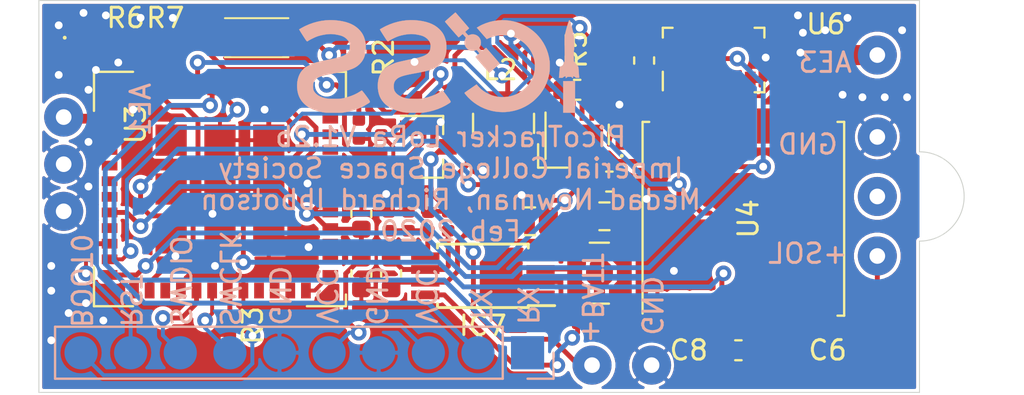
<source format=kicad_pcb>
(kicad_pcb (version 20171130) (host pcbnew "(5.1.2)-1")
  (title_block (title "PCB for Lora Pico Tracker") (date 2019-10-21) (company "Imperial College Space Society") (comment 1 "Richard Ibbotson, Medad Newman"))
  (layers (0 F.Cu signal) (31 B.Cu signal) (34 B.Paste user hide) (35 F.Paste user hide) (36 B.SilkS user) (37 F.SilkS user) (38 B.Mask user hide) (39 F.Mask user hide) (44 Edge.Cuts user))
  (net 0 "")
  (net 1 GND)
  (net 2 /I2C1_SDA)
  (net 3 /I2C1_SCL)
  (net 4 /RESET)
  (net 5 "Net-(AE1-Pad1)")
  (net 6 "Net-(D1-Pad2)")
  (net 7 /LED)
  (net 8 /SWITCH)
  (net 9 +SOL)
  (net 10 "Net-(AE3-Pad1)")
  (net 11 +BATT)
  (net 12 "Net-(C4-Pad1)")
  (net 13 VCC)
  (net 14 "Net-(C15-Pad2)")
  (net 15 "Net-(C15-Pad1)")
  (net 16 "Net-(C16-Pad1)")
  (net 17 "Net-(C17-Pad2)")
  (net 18 /GPS_TIMEPULSE)
  (net 19 "Net-(IC7-Pad3)")
  (net 20 /SENSOR_EN)
  (net 21 /SWDIO)
  (net 22 "Net-(L2-Pad2)")
  (net 23 /SWCLK)
  (net 24 /BATT_PWR_MEASURE)
  (net 25 "Net-(C13-Pad1)")
  (net 26 /SOLAR_VOLTS)
  (net 27 /BATT_VOLTS)
  (net 28 /TCXO_EN)
  (net 29 SENSOR_VCC)
  (net 30 /BOOT0)
  (net 31 /USART1_TX)
  (net 32 /USART1_RX)
  (net 33 "Net-(Q1-Pad2)")
  (module Connector_Wire:SolderWirePad_1x01_Drill0.8mm (layer F.Cu) (at 267.97 168.402)
    (fp_text reference J8 hide)
    (fp_text value Conn_01x01)
    (pad 1 thru_hole circle (at 0 0) (size 1.99898 1.99898) (drill 0.8001) (layers *.Cu *.Mask) (net 1 GND))
  )
  (module Connector_Wire:SolderWirePad_1x01_Drill0.8mm (layer F.Cu) (at 267.97 170.815)
    (fp_text reference J7 hide)
    (fp_text value Conn_01x01)
    (pad 1 thru_hole circle (at 0 0) (size 1.99898 1.99898) (drill 0.8001) (layers *.Cu *.Mask) (net 1 GND))
  )
  (module Package_TO_SOT_SMD:SOT-23 (layer F.Cu) (at 286.639 167.513)
    (fp_text reference Q1 hide)
    (fp_text value Q_PMOS_GSD)
    (pad 3 smd rect (at 1 0) (size 0.9 0.8) (layers F.Cu F.Paste F.Mask) (net 11 +BATT))
    (pad 2 smd rect (at -1 0.95) (size 0.9 0.8) (layers F.Cu F.Paste F.Mask) (net 33 "Net-(Q1-Pad2)"))
    (pad 1 smd rect (at -1 -0.95) (size 0.9 0.8) (layers F.Cu F.Paste F.Mask) (net 25 "Net-(C13-Pad1)"))
  )
  (module pico_tracker:10Pad (layer B.Cu) (at 291.719 178.054 90)
    (fp_text reference J1 hide)
    (fp_text value Conn_01x10)
    (pad 10 smd oval (at 0 -22.86 90) (size 1.7 1.7) (layers B.Cu B.Paste B.Mask) (net 30 /BOOT0))
    (pad 9 smd oval (at 0 -20.32 90) (size 1.7 1.7) (layers B.Cu B.Paste B.Mask) (net 4 /RESET))
    (pad 8 smd oval (at 0 -17.78 90) (size 1.7 1.7) (layers B.Cu B.Paste B.Mask) (net 21 /SWDIO))
    (pad 7 smd oval (at 0 -15.24 90) (size 1.7 1.7) (layers B.Cu B.Paste B.Mask) (net 23 /SWCLK))
    (pad 6 smd oval (at 0 -12.7 90) (size 1.7 1.7) (layers B.Cu B.Paste B.Mask) (net 1 GND))
    (pad 5 smd oval (at 0 -10.16 90) (size 1.7 1.7) (layers B.Cu B.Paste B.Mask) (net 13 VCC))
    (pad 4 smd oval (at 0 -7.62 90) (size 1.7 1.7) (layers B.Cu B.Paste B.Mask) (net 1 GND))
    (pad 3 smd oval (at 0 -5.08 90) (size 1.7 1.7) (layers B.Cu B.Paste B.Mask) (net 13 VCC))
    (pad 2 smd oval (at 0 -2.54 90) (size 1.7 1.7) (layers B.Cu B.Paste B.Mask) (net 31 /USART1_TX))
    (pad 1 smd rect (at 0 0 90) (size 1.7 1.7) (layers B.Cu B.Paste B.Mask) (net 32 /USART1_RX))
  )
  (module Resistor_SMD:R_0402_1005Metric (layer F.Cu) (at 284.584 164.973)
    (fp_text reference R15 hide)
    (fp_text value 100K)
    (pad 2 smd roundrect (at 0.485 0) (size 0.59 0.64) (layers F.Cu F.Paste F.Mask) (net 27 /BATT_VOLTS))
    (pad 1 smd roundrect (at -0.485 0) (size 0.59 0.64) (layers F.Cu F.Paste F.Mask) (net 33 "Net-(Q1-Pad2)"))
  )
  (module Resistor_SMD:R_0402_1005Metric (layer F.Cu) (at 286.512 164.973)
    (fp_text reference R16 hide)
    (fp_text value 100K)
    (pad 2 smd roundrect (at 0.485 0) (size 0.59 0.64) (layers F.Cu F.Paste F.Mask) (net 1 GND))
    (pad 1 smd roundrect (at -0.485 0) (size 0.59 0.64) (layers F.Cu F.Paste F.Mask) (net 27 /BATT_VOLTS))
  )
  (module flight-computer:L_Coilcraft_LPS3015 (layer F.Cu) (at 295.402 173.99)
    (fp_text reference L3 hide)
    (fp_text value 10uH)
    (pad 2 smd rect (at 0.78994 0.72898 135) (size 0.3 0.58) (layers F.Cu F.Paste F.Mask) (net 9 +SOL))
    (pad 2 smd rect (at 1.397 1.27 135.7) (size 0.36 0.36) (layers F.Cu F.Paste F.Mask) (net 9 +SOL))
    (pad 2 smd rect (at 0.94 1.175) (size 0.91 0.7) (layers F.Cu F.Paste F.Mask) (net 9 +SOL))
    (pad 2 smd rect (at 1.397 -1.27 225) (size 0.36 0.36) (layers F.Cu F.Paste F.Mask) (net 9 +SOL))
    (pad 2 smd rect (at 0.78994 -0.7239 225) (size 0.3 0.58) (layers F.Cu F.Paste F.Mask) (net 9 +SOL))
    (pad 2 smd rect (at 0.94 -1.175) (size 0.91 0.7) (layers F.Cu F.Paste F.Mask) (net 9 +SOL))
    (pad 2 smd rect (at 1.27 0) (size 0.76 2.54) (layers F.Cu F.Paste F.Mask) (net 9 +SOL))
    (pad 1 smd rect (at -0.79248 0.7239 225) (size 0.3 0.58) (layers F.Cu F.Paste F.Mask) (net 19 "Net-(IC7-Pad3)"))
    (pad 1 smd rect (at -0.94 1.175) (size 0.91 0.7) (layers F.Cu F.Paste F.Mask) (net 19 "Net-(IC7-Pad3)"))
    (pad 1 smd rect (at -1.397 1.27 225.5) (size 0.36 0.36) (layers F.Cu F.Paste F.Mask) (net 19 "Net-(IC7-Pad3)"))
    (pad 1 smd rect (at -1.397 -1.27 135) (size 0.36 0.36) (layers F.Cu F.Paste F.Mask) (net 19 "Net-(IC7-Pad3)"))
    (pad 1 smd rect (at -0.79248 -0.72644 135) (size 0.3 0.58) (layers F.Cu F.Paste F.Mask) (net 19 "Net-(IC7-Pad3)"))
    (pad 1 smd rect (at -0.94 -1.175) (size 0.91 0.7) (layers F.Cu F.Paste F.Mask) (net 19 "Net-(IC7-Pad3)"))
    (pad 1 smd rect (at -1.27 0) (size 0.76 2.54) (layers F.Cu F.Paste F.Mask) (net 19 "Net-(IC7-Pad3)"))
  )
  (module flight-computer:L_Coilcraft_LPS3015 (layer F.Cu) (at 290.481 166.319 270)
    (fp_text reference L2 (at -2.743 0.159 180) (layer F.SilkS))
    (fp_text value 2.2uH)
    (pad 2 smd rect (at 0.78994 0.72898 45) (size 0.3 0.58) (layers F.Cu F.Paste F.Mask) (net 22 "Net-(L2-Pad2)"))
    (pad 2 smd rect (at 1.397 1.27 45.7) (size 0.36 0.36) (layers F.Cu F.Paste F.Mask) (net 22 "Net-(L2-Pad2)"))
    (pad 2 smd rect (at 0.94 1.175 270) (size 0.91 0.7) (layers F.Cu F.Paste F.Mask) (net 22 "Net-(L2-Pad2)"))
    (pad 2 smd rect (at 1.397 -1.27 135) (size 0.36 0.36) (layers F.Cu F.Paste F.Mask) (net 22 "Net-(L2-Pad2)"))
    (pad 2 smd rect (at 0.78994 -0.7239 135) (size 0.3 0.58) (layers F.Cu F.Paste F.Mask) (net 22 "Net-(L2-Pad2)"))
    (pad 2 smd rect (at 0.94 -1.175 270) (size 0.91 0.7) (layers F.Cu F.Paste F.Mask) (net 22 "Net-(L2-Pad2)"))
    (pad 2 smd rect (at 1.27 0 270) (size 0.76 2.54) (layers F.Cu F.Paste F.Mask) (net 22 "Net-(L2-Pad2)"))
    (pad 1 smd rect (at -0.79248 0.7239 135) (size 0.3 0.58) (layers F.Cu F.Paste F.Mask) (net 13 VCC))
    (pad 1 smd rect (at -0.94 1.175 270) (size 0.91 0.7) (layers F.Cu F.Paste F.Mask) (net 13 VCC))
    (pad 1 smd rect (at -1.397 1.27 135.5) (size 0.36 0.36) (layers F.Cu F.Paste F.Mask) (net 13 VCC))
    (pad 1 smd rect (at -1.397 -1.27 45) (size 0.36 0.36) (layers F.Cu F.Paste F.Mask) (net 13 VCC))
    (pad 1 smd rect (at -0.79248 -0.72644 45) (size 0.3 0.58) (layers F.Cu F.Paste F.Mask) (net 13 VCC))
    (pad 1 smd rect (at -0.94 -1.175 270) (size 0.91 0.7) (layers F.Cu F.Paste F.Mask) (net 13 VCC))
    (pad 1 smd rect (at -1.27 0 270) (size 0.76 2.54) (layers F.Cu F.Paste F.Mask) (net 13 VCC))
  )
  (module Resistor_SMD:R_0402_1005Metric (layer F.Cu) (at 295.402 162.537 90)
    (fp_text reference R5 (at 0 -1.17 90) (layer F.SilkS))
    (fp_text value 4.7K)
    (pad 2 smd roundrect (at 0.485 0 90) (size 0.59 0.64) (layers F.Cu F.Paste F.Mask) (net 3 /I2C1_SCL))
    (pad 1 smd roundrect (at -0.485 0 90) (size 0.59 0.64) (layers F.Cu F.Paste F.Mask) (net 29 SENSOR_VCC))
  )
  (module Resistor_SMD:R_0402_1005Metric (layer F.Cu) (at 296.418 162.56 90)
    (fp_text reference R4 hide)
    (fp_text value 4.7K)
    (pad 2 smd roundrect (at 0.485 0 90) (size 0.59 0.64) (layers F.Cu F.Paste F.Mask) (net 2 /I2C1_SDA))
    (pad 1 smd roundrect (at -0.485 0 90) (size 0.59 0.64) (layers F.Cu F.Paste F.Mask) (net 29 SENSOR_VCC))
  )
  (module Capacitor_SMD:C_0402_1005Metric (layer F.Cu) (at 284.226 167.386 270)
    (fp_text reference C13 hide)
    (fp_text value 100nF)
    (pad 2 smd roundrect (at 0.485 0 270) (size 0.59 0.64) (layers F.Cu F.Paste F.Mask) (net 24 /BATT_PWR_MEASURE))
    (pad 1 smd roundrect (at -0.485 0 270) (size 0.59 0.64) (layers F.Cu F.Paste F.Mask) (net 25 "Net-(C13-Pad1)"))
  )
  (module Capacitor_SMD:C_0603_1608Metric (layer F.Cu) (at 283.21 170.942 90)
    (fp_text reference C7)
    (fp_text value 1uF)
    (pad 1 smd roundrect (at -0.7875 0 90) (size 0.875 0.95) (layers F.Cu F.Paste F.Mask) (net 13 VCC))
    (pad 2 smd roundrect (at 0.7875 0 90) (size 0.875 0.95) (layers F.Cu F.Paste F.Mask) (net 1 GND))
  )
  (module Capacitor_SMD:C_0402_1005Metric (layer F.Cu) (at 283.464 168.91)
    (fp_text reference C5)
    (fp_text value 100nF)
    (pad 1 smd roundrect (at -0.485 0) (size 0.59 0.64) (layers F.Cu F.Paste F.Mask) (net 13 VCC))
    (pad 2 smd roundrect (at 0.485 0) (size 0.59 0.64) (layers F.Cu F.Paste F.Mask) (net 1 GND))
  )
  (module flight-computer:EVPAWCD4A (layer F.Cu) (at 277.375 161.925 180)
    (fp_text reference SW1 hide)
    (fp_text value SW_Push hide)
    (pad 2 smd rect (at -2.1 0 180) (size 0.55 1.5) (layers F.Cu F.Paste F.Mask) (net 13 VCC))
    (pad 1 smd rect (at 1.15 0 180) (size 0.55 1.5) (layers F.Cu F.Paste F.Mask) (net 8 /SWITCH))
  )
  (module Connector_Wire:SolderWirePad_1x01_Drill0.8mm (layer B.Cu) (at 309.626 173.101)
    (fp_text reference J3 hide)
    (fp_text value +SOL)
    (pad 1 thru_hole circle (at 0 0) (size 1.99898 1.99898) (drill 0.8001) (layers *.Cu *.Mask) (net 9 +SOL))
  )
  (module Resistor_SMD:R_0402_1005Metric (layer F.Cu) (at 282.956 163.068 270)
    (fp_text reference R2 (at -0.127 -1.397 90) (layer F.SilkS))
    (fp_text value 100K)
    (pad 2 smd roundrect (at 0.485 0 270) (size 0.59 0.64) (layers F.Cu F.Paste F.Mask) (net 26 /SOLAR_VOLTS))
    (pad 1 smd roundrect (at -0.485 0 270) (size 0.59 0.64) (layers F.Cu F.Paste F.Mask) (net 9 +SOL))
  )
  (module Resistor_SMD:R_0402_1005Metric (layer F.Cu) (at 271.145 161.925)
    (fp_text reference R6 (at 0 -1.016) (layer F.SilkS))
    (fp_text value 1K)
    (pad 2 smd roundrect (at 0.485 0) (size 0.59 0.64) (layers F.Cu F.Paste F.Mask) (net 7 /LED))
    (pad 1 smd roundrect (at -0.485 0) (size 0.59 0.64) (layers F.Cu F.Paste F.Mask) (net 6 "Net-(D1-Pad2)"))
  )
  (module LED_SMD:LED_0402_1005Metric (layer F.Cu) (at 269.113 161.925)
    (fp_text reference D1 hide)
    (fp_text value LED)
    (pad 2 smd roundrect (at 0.485 0) (size 0.59 0.64) (layers F.Cu F.Paste F.Mask) (net 6 "Net-(D1-Pad2)"))
    (pad 1 smd roundrect (at -0.485 0) (size 0.59 0.64) (layers F.Cu F.Paste F.Mask) (net 1 GND))
  )
  (module Resistor_SMD:R_0402_1005Metric (layer F.Cu) (at 283.083 166.624 270)
    (fp_text reference R9 hide)
    (fp_text value 100K)
    (pad 2 smd roundrect (at 0.485 0 270) (size 0.59 0.64) (layers F.Cu F.Paste F.Mask) (net 1 GND))
    (pad 1 smd roundrect (at -0.485 0 270) (size 0.59 0.64) (layers F.Cu F.Paste F.Mask) (net 26 /SOLAR_VOLTS))
  )
  (module Capacitor_SMD:C_0402_1005Metric (layer F.Cu) (at 305.077 177.673)
    (fp_text reference C6 (at 2.009 0.254) (layer F.SilkS))
    (fp_text value 100nF)
    (pad 2 smd roundrect (at 0.485 0) (size 0.59 0.64) (layers F.Cu F.Paste F.Mask) (net 1 GND))
    (pad 1 smd roundrect (at -0.485 0) (size 0.59 0.64) (layers F.Cu F.Paste F.Mask) (net 29 SENSOR_VCC))
  )
  (module flight-computer:ICSS_Logo (layer B.Cu) (at 287.147 163.195 180)
    (fp_text reference J6 hide)
    (fp_text value "ICSS LOGO" hide)
  )
  (module Resistor_SMD:R_0402_1005Metric (layer F.Cu) (at 286.131 169.799 180)
    (fp_text reference R1 hide)
    (fp_text value 10K)
    (pad 2 smd roundrect (at 0.485 0 180) (size 0.59 0.64) (layers F.Cu F.Paste F.Mask) (net 25 "Net-(C13-Pad1)"))
    (pad 1 smd roundrect (at -0.485 0 180) (size 0.59 0.64) (layers F.Cu F.Paste F.Mask) (net 11 +BATT))
  )
  (module Diode_SMD:D_0402_1005Metric (layer F.Cu) (at 296.545 166.885 90)
    (fp_text reference D2 hide)
    (fp_text value D_Schottky)
    (pad 2 smd roundrect (at 0.485 0 90) (size 0.59 0.64) (layers F.Cu F.Paste F.Mask) (net 1 GND))
    (pad 1 smd roundrect (at -0.485 0 90) (size 0.59 0.64) (layers F.Cu F.Paste F.Mask) (net 11 +BATT))
  )
  (module Capacitor_SMD:C_0805_2012Metric (layer F.Cu) (at 291.846 171.323)
    (fp_text reference C17 hide)
    (fp_text value 22uF)
    (pad 2 smd roundrect (at 0.9375 0) (size 0.975 1.4) (layers F.Cu F.Paste F.Mask) (net 17 "Net-(C17-Pad2)"))
    (pad 1 smd roundrect (at -0.9375 0) (size 0.975 1.4) (layers F.Cu F.Paste F.Mask) (net 1 GND))
  )
  (module RF_GPS:ublox_MAX (layer F.Cu) (at 302.768 171.196 90)
    (fp_text reference U4 (at 0 0.254 90) (layer F.SilkS))
    (fp_text value MAX-M8C)
    (pad 18 smd rect (at 4.75 -4.4 90) (size 1.8 0.7) (layers F.Cu F.Paste F.Mask))
    (pad 17 smd rect (at 4.75 -3.3 90) (size 1.8 0.8) (layers F.Cu F.Paste F.Mask) (net 3 /I2C1_SCL))
    (pad 16 smd rect (at 4.75 -2.2 90) (size 1.8 0.8) (layers F.Cu F.Paste F.Mask) (net 2 /I2C1_SDA))
    (pad 15 smd rect (at 4.75 -1.1 90) (size 1.8 0.8) (layers F.Cu F.Paste F.Mask))
    (pad 14 smd rect (at 4.75 0 90) (size 1.8 0.8) (layers F.Cu F.Paste F.Mask))
    (pad 13 smd rect (at 4.75 1.1 90) (size 1.8 0.8) (layers F.Cu F.Paste F.Mask))
    (pad 12 smd rect (at 4.75 2.2 90) (size 1.8 0.8) (layers F.Cu F.Paste F.Mask) (net 1 GND))
    (pad 11 smd rect (at 4.75 3.3 90) (size 1.8 0.8) (layers F.Cu F.Paste F.Mask) (net 10 "Net-(AE3-Pad1)"))
    (pad 10 smd rect (at 4.75 4.4 90) (size 1.8 0.7) (layers F.Cu F.Paste F.Mask) (net 1 GND))
    (pad 9 smd rect (at -4.75 4.4 90) (size 1.8 0.7) (layers F.Cu F.Paste F.Mask) (net 29 SENSOR_VCC))
    (pad 8 smd rect (at -4.75 3.3 90) (size 1.8 0.8) (layers F.Cu F.Paste F.Mask) (net 29 SENSOR_VCC))
    (pad 7 smd rect (at -4.75 2.2 90) (size 1.8 0.8) (layers F.Cu F.Paste F.Mask) (net 29 SENSOR_VCC))
    (pad 6 smd rect (at -4.75 1.1 90) (size 1.8 0.8) (layers F.Cu F.Paste F.Mask))
    (pad 5 smd rect (at -4.75 0 90) (size 1.8 0.8) (layers F.Cu F.Paste F.Mask))
    (pad 4 smd rect (at -4.75 -1.1 90) (size 1.8 0.8) (layers F.Cu F.Paste F.Mask) (net 18 /GPS_TIMEPULSE))
    (pad 3 smd rect (at -4.75 -2.2 90) (size 1.8 0.8) (layers F.Cu F.Paste F.Mask))
    (pad 2 smd rect (at -4.75 -3.3 90) (size 1.8 0.8) (layers F.Cu F.Paste F.Mask))
    (pad 1 smd rect (at -4.75 -4.4 90) (size 1.8 0.7) (layers F.Cu F.Paste F.Mask) (net 1 GND))
  )
  (module Package_SON:WSON-12-1EP_3x2mm_P0.5mm_EP1x2.65 (layer F.Cu) (at 294.259 166.878 90)
    (fp_text reference U2 hide)
    (fp_text value TPS62740)
    (pad 13 smd rect (at 0 0 90) (size 1 2.65) (layers F.Cu F.Mask))
    (pad 12 smd rect (at 0.95 -1.25 90) (size 0.5 0.25) (layers F.Cu F.Paste F.Mask) (net 11 +BATT))
    (pad 11 smd rect (at 0.95 -0.75 90) (size 0.5 0.25) (layers F.Cu F.Paste F.Mask) (net 1 GND))
    (pad 10 smd rect (at 0.95 -0.25 90) (size 0.5 0.25) (layers F.Cu F.Paste F.Mask) (net 1 GND))
    (pad 9 smd rect (at 0.95 0.25 90) (size 0.5 0.25) (layers F.Cu F.Paste F.Mask) (net 11 +BATT))
    (pad 8 smd rect (at 0.95 0.75 90) (size 0.5 0.25) (layers F.Cu F.Paste F.Mask) (net 11 +BATT))
    (pad 7 smd rect (at 0.95 1.25 90) (size 0.5 0.25) (layers F.Cu F.Paste F.Mask))
    (pad 6 smd rect (at -0.95 1.25 90) (size 0.5 0.25) (layers F.Cu F.Paste F.Mask) (net 29 SENSOR_VCC))
    (pad 5 smd rect (at -0.95 0.75 90) (size 0.5 0.25) (layers F.Cu F.Paste F.Mask) (net 13 VCC))
    (pad 4 smd rect (at -0.95 0.25 90) (size 0.5 0.25) (layers F.Cu F.Paste F.Mask) (net 20 /SENSOR_EN))
    (pad 3 smd rect (at -0.95 -0.25 90) (size 0.5 0.25) (layers F.Cu F.Paste F.Mask) (net 1 GND))
    (pad 2 smd rect (at -0.95 -0.75 90) (size 0.5 0.25) (layers F.Cu F.Paste F.Mask) (net 22 "Net-(L2-Pad2)"))
    (pad 1 smd rect (at -0.95 -1.25 90) (size 0.5 0.25) (layers F.Cu F.Paste F.Mask) (net 11 +BATT))
  )
  (module Connector_Wire:SolderWirePad_1x01_Drill0.8mm (layer B.Cu) (at 309.626 170.053)
    (fp_text reference SolarCellMount1 hide)
    (fp_text value Unconnected)
    (pad 1 thru_hole circle (at 0 0) (size 1.99898 1.99898) (drill 0.8001) (layers *.Cu *.Mask))
  )
  (module Resistor_SMD:R_0402_1005Metric (layer F.Cu) (at 284.607 171.323 270)
    (fp_text reference R14 hide)
    (fp_text value 5.1M)
    (pad 2 smd roundrect (at 0.485 0 270) (size 0.59 0.64) (layers F.Cu F.Paste F.Mask) (net 16 "Net-(C16-Pad1)"))
    (pad 1 smd roundrect (at -0.485 0 270) (size 0.59 0.64) (layers F.Cu F.Paste F.Mask) (net 1 GND))
  )
  (module Resistor_SMD:R_0402_1005Metric (layer F.Cu) (at 286.639 171.346 90)
    (fp_text reference R13 hide)
    (fp_text value 10M)
    (pad 2 smd roundrect (at 0.485 0 90) (size 0.59 0.64) (layers F.Cu F.Paste F.Mask) (net 11 +BATT))
    (pad 1 smd roundrect (at -0.485 0 90) (size 0.59 0.64) (layers F.Cu F.Paste F.Mask) (net 16 "Net-(C16-Pad1)"))
  )
  (module Resistor_SMD:R_0402_1005Metric (layer F.Cu) (at 289.156 170.815 180)
    (fp_text reference R12 hide)
    (fp_text value 1Ohm)
    (pad 2 smd roundrect (at 0.485 0 180) (size 0.59 0.64) (layers F.Cu F.Paste F.Mask) (net 11 +BATT))
    (pad 1 smd roundrect (at -0.485 0 180) (size 0.59 0.64) (layers F.Cu F.Paste F.Mask) (net 17 "Net-(C17-Pad2)"))
  )
  (module Resistor_SMD:R_0402_1005Metric (layer F.Cu) (at 287.655 171.323 270)
    (fp_text reference R11 hide)
    (fp_text value 1K)
    (pad 2 smd roundrect (at 0.485 0 270) (size 0.59 0.64) (layers F.Cu F.Paste F.Mask) (net 14 "Net-(C15-Pad2)"))
    (pad 1 smd roundrect (at -0.485 0 270) (size 0.59 0.64) (layers F.Cu F.Paste F.Mask) (net 11 +BATT))
  )
  (module Resistor_SMD:R_0402_1005Metric (layer F.Cu) (at 289.179 171.831 180)
    (fp_text reference R10 hide)
    (fp_text value 1K)
    (pad 2 smd roundrect (at 0.485 0 180) (size 0.59 0.64) (layers F.Cu F.Paste F.Mask) (net 15 "Net-(C15-Pad1)"))
    (pad 1 smd roundrect (at -0.485 0 180) (size 0.59 0.64) (layers F.Cu F.Paste F.Mask) (net 17 "Net-(C17-Pad2)"))
  )
  (module Resistor_SMD:R_0402_1005Metric (layer F.Cu) (at 294.767 176.53 180)
    (fp_text reference R8 hide)
    (fp_text value 1K)
    (pad 2 smd roundrect (at 0.485 0 180) (size 0.59 0.64) (layers F.Cu F.Paste F.Mask) (net 12 "Net-(C4-Pad1)"))
    (pad 1 smd roundrect (at -0.485 0 180) (size 0.59 0.64) (layers F.Cu F.Paste F.Mask) (net 9 +SOL))
  )
  (module Resistor_SMD:R_0402_1005Metric (layer F.Cu) (at 276.479 176.657 270)
    (fp_text reference R3 (at 0 -1.17 90) (layer F.SilkS))
    (fp_text value 10K)
    (pad 2 smd roundrect (at 0.485 0 270) (size 0.59 0.64) (layers F.Cu F.Paste F.Mask) (net 1 GND))
    (pad 1 smd roundrect (at -0.485 0 270) (size 0.59 0.64) (layers F.Cu F.Paste F.Mask) (net 30 /BOOT0))
  )
  (module Connector_Wire:SolderWirePad_1x01_Drill0.8mm (layer B.Cu) (at 298.069 178.689 90)
    (fp_text reference J5 hide)
    (fp_text value BATT_GND)
    (pad 1 thru_hole circle (at 0 0 90) (size 1.99898 1.99898) (drill 0.8001) (layers *.Cu *.Mask) (net 1 GND))
  )
  (module Connector_Wire:SolderWirePad_1x01_Drill0.8mm (layer B.Cu) (at 295.021 178.689 90)
    (fp_text reference J4 hide)
    (fp_text value BATT_V+)
    (pad 1 thru_hole circle (at 0 0 90) (size 1.99898 1.99898) (drill 0.8001) (layers *.Cu *.Mask) (net 11 +BATT))
  )
  (module Capacitor_SMD:C_0402_1005Metric (layer F.Cu) (at 285.623 171.323 90)
    (fp_text reference C16 hide)
    (fp_text value 1nF)
    (pad 2 smd roundrect (at 0.485 0 90) (size 0.59 0.64) (layers F.Cu F.Paste F.Mask) (net 1 GND))
    (pad 1 smd roundrect (at -0.485 0 90) (size 0.59 0.64) (layers F.Cu F.Paste F.Mask) (net 16 "Net-(C16-Pad1)"))
  )
  (module Capacitor_SMD:C_0603_1608Metric (layer F.Cu) (at 284.734 173.99 90)
    (fp_text reference C15 hide)
    (fp_text value 1uF)
    (pad 2 smd roundrect (at 0.7875 0 90) (size 0.875 0.95) (layers F.Cu F.Paste F.Mask) (net 14 "Net-(C15-Pad2)"))
    (pad 1 smd roundrect (at -0.7875 0 90) (size 0.875 0.95) (layers F.Cu F.Paste F.Mask) (net 15 "Net-(C15-Pad1)"))
  )
  (module Capacitor_SMD:C_0603_1608Metric (layer F.Cu) (at 297.688 163.0935 90)
    (fp_text reference C14 hide)
    (fp_text value 220nF)
    (pad 2 smd roundrect (at 0.7875 0 90) (size 0.875 0.95) (layers F.Cu F.Paste F.Mask) (net 1 GND))
    (pad 1 smd roundrect (at -0.7875 0 90) (size 0.875 0.95) (layers F.Cu F.Paste F.Mask) (net 29 SENSOR_VCC))
  )
  (module Capacitor_SMD:C_0603_1608Metric (layer F.Cu) (at 295.91 169.291)
    (fp_text reference C12 hide)
    (fp_text value 10uF)
    (pad 2 smd roundrect (at 0.7875 0) (size 0.875 0.95) (layers F.Cu F.Paste F.Mask) (net 1 GND))
    (pad 1 smd roundrect (at -0.7875 0) (size 0.875 0.95) (layers F.Cu F.Paste F.Mask) (net 13 VCC))
  )
  (module Capacitor_SMD:C_0603_1608Metric (layer F.Cu) (at 302.514 177.927 180)
    (fp_text reference C8 (at 2.54 0) (layer F.SilkS))
    (fp_text value 10uF)
    (pad 2 smd roundrect (at 0.7875 0 180) (size 0.875 0.95) (layers F.Cu F.Paste F.Mask) (net 1 GND))
    (pad 1 smd roundrect (at -0.7875 0 180) (size 0.875 0.95) (layers F.Cu F.Paste F.Mask) (net 29 SENSOR_VCC))
  )
  (module Capacitor_SMD:C_0402_1005Metric (layer F.Cu) (at 292.608 176.53 180)
    (fp_text reference C4 hide)
    (fp_text value 1nF)
    (pad 2 smd roundrect (at 0.485 0 180) (size 0.59 0.64) (layers F.Cu F.Paste F.Mask) (net 1 GND))
    (pad 1 smd roundrect (at -0.485 0 180) (size 0.59 0.64) (layers F.Cu F.Paste F.Mask) (net 12 "Net-(C4-Pad1)"))
  )
  (module Capacitor_SMD:C_0805_2012Metric (layer F.Cu) (at 295.656 171.069 180)
    (fp_text reference C3 hide)
    (fp_text value 4.7uF)
    (pad 2 smd roundrect (at 0.9375 0 180) (size 0.975 1.4) (layers F.Cu F.Paste F.Mask) (net 1 GND))
    (pad 1 smd roundrect (at -0.9375 0 180) (size 0.975 1.4) (layers F.Cu F.Paste F.Mask) (net 9 +SOL))
  )
  (module Capacitor_SMD:C_0603_1608Metric (layer F.Cu) (at 294.259 164.592 180)
    (fp_text reference C2 hide)
    (fp_text value 10uF)
    (pad 2 smd roundrect (at 0.7875 0 180) (size 0.875 0.95) (layers F.Cu F.Paste F.Mask) (net 1 GND))
    (pad 1 smd roundrect (at -0.7875 0 180) (size 0.875 0.95) (layers F.Cu F.Paste F.Mask) (net 11 +BATT))
  )
  (module Connector_Wire:SolderWirePad_1x01_Drill0.8mm (layer B.Cu) (at 309.626 162.814)
    (fp_text reference AE3 (at -2.667 0.381) (layer B.SilkS) (effects (justify mirror)))
    (fp_text value "GPS Antenna")
    (pad 1 thru_hole circle (at 0 0) (size 1.99898 1.99898) (drill 0.8001) (layers *.Cu *.Mask) (net 10 "Net-(AE3-Pad1)"))
  )
  (module Package_SO:TSSOP-8_4.4x3mm_P0.65mm (layer F.Cu) (at 289.433 174.117 180)
    (fp_text reference IC7 (at 0 -2.55) (layer F.SilkS))
    (fp_text value SPV1040)
    (pad 8 smd rect (at 2.95 -0.975 180) (size 1.45 0.45) (layers F.Cu F.Paste F.Mask) (net 12 "Net-(C4-Pad1)"))
    (pad 7 smd rect (at 2.95 -0.325 180) (size 1.45 0.45) (layers F.Cu F.Paste F.Mask) (net 15 "Net-(C15-Pad1)"))
    (pad 6 smd rect (at 2.95 0.325 180) (size 1.45 0.45) (layers F.Cu F.Paste F.Mask) (net 14 "Net-(C15-Pad2)"))
    (pad 5 smd rect (at 2.95 0.975 180) (size 1.45 0.45) (layers F.Cu F.Paste F.Mask) (net 16 "Net-(C16-Pad1)"))
    (pad 4 smd rect (at -2.95 0.975 180) (size 1.45 0.45) (layers F.Cu F.Paste F.Mask) (net 17 "Net-(C17-Pad2)"))
    (pad 3 smd rect (at -2.95 0.325 180) (size 1.45 0.45) (layers F.Cu F.Paste F.Mask) (net 19 "Net-(IC7-Pad3)"))
    (pad 2 smd rect (at -2.95 -0.325 180) (size 1.45 0.45) (layers F.Cu F.Paste F.Mask) (net 1 GND))
    (pad 1 smd rect (at -2.95 -0.975 180) (size 1.45 0.45) (layers F.Cu F.Paste F.Mask) (net 12 "Net-(C4-Pad1)"))
  )
  (module flight-computer:SolderWirePad_1x01_Drill0.8mm (layer F.Cu) (at 312.674 170.053)
    (fp_text reference StringHole1 hide)
    (fp_text value Unconnected)
    (pad "" np_thru_hole circle (at 0 0) (size 0.8 0.8) (drill 0.8) (layers *.Cu *.Mask))
  )
  (module Connector_Wire:SolderWirePad_1x01_Drill0.8mm (layer F.Cu) (at 266.192 165.1)
    (fp_text reference AE1 (at 5.715 0.508 90) (layer B.SilkS) (effects (justify mirror)))
    (fp_text value "Lora Antenna")
    (pad 1 thru_hole circle (at 1.778 0.889) (size 1.99898 1.99898) (drill 0.8001) (layers *.Cu *.Mask) (net 5 "Net-(AE1-Pad1)"))
  )
  (module Resistor_SMD:R_0402_1005Metric (layer F.Cu) (at 273.177 161.925 180)
    (fp_text reference R7 (at 0 1.016) (layer F.SilkS))
    (fp_text value 100K)
    (pad 2 smd roundrect (at 0.485 0 180) (size 0.59 0.64) (layers F.Cu F.Paste F.Mask) (net 1 GND))
    (pad 1 smd roundrect (at -0.485 0 180) (size 0.59 0.64) (layers F.Cu F.Paste F.Mask) (net 8 /SWITCH))
  )
  (module RF_Module:CMWX1ZZABZ (layer F.Cu) (at 275.971 169.672 180)
    (fp_text reference U3 (at 4.318 3.302 90) (layer F.SilkS))
    (fp_text value CMWX1ZZABZ-078)
    (pad 38 smd rect (at 3.6 -5.2 270) (size 0.8 0.5) (layers F.Cu F.Paste F.Mask) (net 20 /SENSOR_EN))
    (pad 26 smd rect (at 5.65 3.6 180) (size 0.8 0.5) (layers F.Cu F.Paste F.Mask) (net 5 "Net-(AE1-Pad1)"))
    (pad 25 smd rect (at 5.65 4.4 180) (size 0.8 0.5) (layers F.Cu F.Paste F.Mask) (net 1 GND))
    (pad 24 smd rect (at 4.4 5.2 90) (size 0.8 0.5) (layers F.Cu F.Paste F.Mask) (net 7 /LED))
    (pad 23 smd rect (at 3.6 5.2 90) (size 0.8 0.5) (layers F.Cu F.Paste F.Mask) (net 8 /SWITCH))
    (pad 22 smd rect (at 2.8 5.2 90) (size 0.8 0.5) (layers F.Cu F.Paste F.Mask) (net 27 /BATT_VOLTS))
    (pad 21 smd rect (at 2 5.2 90) (size 0.8 0.5) (layers F.Cu F.Paste F.Mask) (net 26 /SOLAR_VOLTS))
    (pad 20 smd rect (at 1.2 5.2 90) (size 0.8 0.5) (layers F.Cu F.Paste F.Mask) (net 24 /BATT_PWR_MEASURE))
    (pad 19 smd rect (at 0.4 5.2 270) (size 0.8 0.5) (layers F.Cu F.Paste F.Mask) (net 31 /USART1_TX))
    (pad 18 smd rect (at -0.4 5.2 270) (size 0.8 0.5) (layers F.Cu F.Paste F.Mask) (net 32 /USART1_RX))
    (pad 17 smd rect (at -1.2 5.2 270) (size 0.8 0.5) (layers F.Cu F.Paste F.Mask))
    (pad 16 smd rect (at -2 5.2 270) (size 0.8 0.5) (layers F.Cu F.Paste F.Mask))
    (pad 15 smd rect (at -2.8 5.2 270) (size 0.8 0.5) (layers F.Cu F.Paste F.Mask) (net 18 /GPS_TIMEPULSE))
    (pad 14 smd rect (at -3.6 5.2 270) (size 0.8 0.5) (layers F.Cu F.Paste F.Mask))
    (pad 13 smd rect (at -4.4 5.2 270) (size 0.8 0.5) (layers F.Cu F.Paste F.Mask))
    (pad 12 smd rect (at -5.65 4.4 180) (size 0.8 0.5) (layers F.Cu F.Paste F.Mask))
    (pad 41 smd rect (at 1.2 -5.2 270) (size 0.8 0.5) (layers F.Cu F.Paste F.Mask) (net 21 /SWDIO))
    (pad 40 smd rect (at 2 -5.2 270) (size 0.8 0.5) (layers F.Cu F.Paste F.Mask))
    (pad 39 smd rect (at 2.8 -5.2 270) (size 0.8 0.5) (layers F.Cu F.Paste F.Mask))
    (pad 37 smd rect (at 4.4 -5.2 270) (size 0.8 0.5) (layers F.Cu F.Paste F.Mask))
    (pad 36 smd rect (at 5.65 -4.4 180) (size 0.8 0.5) (layers F.Cu F.Paste F.Mask) (net 2 /I2C1_SDA))
    (pad 35 smd rect (at 5.65 -3.6 180) (size 0.8 0.5) (layers F.Cu F.Paste F.Mask) (net 3 /I2C1_SCL))
    (pad 34 smd rect (at 5.65 -2.8 180) (size 0.8 0.5) (layers F.Cu F.Paste F.Mask) (net 4 /RESET))
    (pad 33 smd rect (at 5.65 -2 180) (size 0.8 0.5) (layers F.Cu F.Paste F.Mask))
    (pad 32 smd rect (at 5.65 -1.2 180) (size 0.8 0.5) (layers F.Cu F.Paste F.Mask) (net 13 VCC))
    (pad 31 smd rect (at 5.65 -0.4 180) (size 0.8 0.5) (layers F.Cu F.Paste F.Mask))
    (pad 30 smd rect (at 5.65 0.4 180) (size 0.8 0.5) (layers F.Cu F.Paste F.Mask))
    (pad 29 smd rect (at 5.65 1.2 180) (size 0.8 0.5) (layers F.Cu F.Paste F.Mask))
    (pad 28 smd rect (at 5.65 2 180) (size 0.8 0.5) (layers F.Cu F.Paste F.Mask))
    (pad 27 smd rect (at 5.65 2.8 180) (size 0.8 0.5) (layers F.Cu F.Paste F.Mask) (net 1 GND))
    (pad 11 smd rect (at -5.65 3.6 180) (size 0.8 0.5) (layers F.Cu F.Paste F.Mask))
    (pad 10 smd rect (at -5.65 2.8 180) (size 0.8 0.5) (layers F.Cu F.Paste F.Mask))
    (pad 9 smd rect (at -5.65 2 180) (size 0.8 0.5) (layers F.Cu F.Paste F.Mask))
    (pad 8 smd rect (at -5.65 1.2 180) (size 0.8 0.5) (layers F.Cu F.Paste F.Mask))
    (pad 7 smd rect (at -5.65 0.4 180) (size 0.8 0.5) (layers F.Cu F.Paste F.Mask) (net 1 GND))
    (pad 6 smd rect (at -5.65 -0.4 180) (size 0.8 0.5) (layers F.Cu F.Paste F.Mask) (net 13 VCC))
    (pad 5 smd rect (at -5.65 -1.2 180) (size 0.8 0.5) (layers F.Cu F.Paste F.Mask) (net 13 VCC))
    (pad 4 smd rect (at -5.65 -2 180) (size 0.8 0.5) (layers F.Cu F.Paste F.Mask) (net 13 VCC))
    (pad 3 smd rect (at -5.65 -2.8 180) (size 0.8 0.5) (layers F.Cu F.Paste F.Mask) (net 1 GND))
    (pad 2 smd rect (at -5.65 -3.6 180) (size 0.8 0.5) (layers F.Cu F.Paste F.Mask))
    (pad 1 smd rect (at -5.65 -4.4 180) (size 0.8 0.5) (layers F.Cu F.Paste F.Mask) (net 28 /TCXO_EN))
    (pad 42 smd rect (at 0.4 -5.2 270) (size 0.8 0.5) (layers F.Cu F.Paste F.Mask) (net 23 /SWCLK))
    (pad 43 smd rect (at -0.4 -5.2 270) (size 0.8 0.5) (layers F.Cu F.Paste F.Mask) (net 30 /BOOT0))
    (pad 44 smd rect (at -1.2 -5.2 270) (size 0.8 0.5) (layers F.Cu F.Paste F.Mask) (net 1 GND))
    (pad 45 smd rect (at -2 -5.2 270) (size 0.8 0.5) (layers F.Cu F.Paste F.Mask))
    (pad 46 smd rect (at -2.8 -5.2 270) (size 0.8 0.5) (layers F.Cu F.Paste F.Mask))
    (pad 47 smd rect (at -3.6 -5.2 270) (size 0.8 0.5) (layers F.Cu F.Paste F.Mask))
    (pad 48 smd rect (at -4.4 -5.2 270) (size 0.8 0.5) (layers F.Cu F.Paste F.Mask) (net 28 /TCXO_EN))
    (pad 49 smd rect (at -2.5 -2.5 270) (size 1.6 1.6) (layers F.Cu F.Paste F.Mask) (net 1 GND))
    (pad 50 smd rect (at 0 -2.5 270) (size 1.6 1.6) (layers F.Cu F.Paste F.Mask) (net 1 GND))
    (pad 51 smd rect (at 2.5 -2.5 270) (size 1.6 1.6) (layers F.Cu F.Paste F.Mask) (net 1 GND))
    (pad 52 smd rect (at -2.5 0 270) (size 1.6 1.6) (layers F.Cu F.Paste F.Mask) (net 1 GND))
    (pad 53 smd rect (at 0 0 270) (size 1.6 1.6) (layers F.Cu F.Paste F.Mask) (net 1 GND))
    (pad 54 smd rect (at 2.5 0 270) (size 1.6 1.6) (layers F.Cu F.Paste F.Mask) (net 1 GND))
    (pad 55 smd rect (at -2.5 2.5 270) (size 1.6 1.6) (layers F.Cu F.Paste F.Mask) (net 1 GND))
    (pad 56 smd rect (at 0 2.5 270) (size 1.6 1.6) (layers F.Cu F.Paste F.Mask) (net 1 GND))
    (pad 57 smd rect (at 2.5 2.5 270) (size 1.6 1.6) (layers F.Cu F.Paste F.Mask) (net 1 GND))
  )
  (module Connector_Wire:SolderWirePad_1x01_Drill0.8mm (layer B.Cu) (at 309.626 167.005 90)
    (fp_text reference J2 hide)
    (fp_text value GND)
    (pad 1 thru_hole circle (at 0 0 90) (size 1.99898 1.99898) (drill 0.8001) (layers *.Cu *.Mask) (net 1 GND))
  )
  (module Capacitor_SMD:C_0402_1005Metric (layer F.Cu) (at 268.478 172.466 180)
    (fp_text reference C1 hide)
    (fp_text value 100nF)
    (pad 2 smd roundrect (at 0.485 0 180) (size 0.59 0.64) (layers F.Cu F.Paste F.Mask) (net 1 GND))
    (pad 1 smd roundrect (at -0.485 0 180) (size 0.59 0.64) (layers F.Cu F.Paste F.Mask) (net 4 /RESET))
  )
  (module Capacitor_SMD:C_0603_1608Metric (layer F.Cu) (at 283.21 173.99 270)
    (fp_text reference C10 hide)
    (fp_text value 10uF)
    (pad 2 smd roundrect (at 0.7875 0 270) (size 0.875 0.95) (layers F.Cu F.Paste F.Mask) (net 1 GND))
    (pad 1 smd roundrect (at -0.7875 0 270) (size 0.875 0.95) (layers F.Cu F.Paste F.Mask) (net 13 VCC))
  )
  (module Package_LGA:LGA-8_3x5mm_P1.25mm (layer F.Cu) (at 301.244 163.068 90)
    (fp_text reference U6 (at 1.837 5.745 180) (layer F.SilkS))
    (fp_text value MS5607-02BA)
    (pad 4 smd rect (at -1.075 1.875 90) (size 0.95 0.55) (layers F.Cu F.Paste F.Mask) (net 1 GND))
    (pad 1 smd rect (at -1.075 -1.875 90) (size 0.95 0.55) (layers F.Cu F.Paste F.Mask) (net 29 SENSOR_VCC))
    (pad 2 smd rect (at -1.075 -0.625 90) (size 0.95 0.55) (layers F.Cu F.Paste F.Mask) (net 29 SENSOR_VCC))
    (pad 3 smd rect (at -1.075 0.625 90) (size 0.95 0.55) (layers F.Cu F.Paste F.Mask) (net 1 GND))
    (pad 8 smd rect (at 1.075 -1.875 90) (size 0.95 0.55) (layers F.Cu F.Paste F.Mask) (net 3 /I2C1_SCL))
    (pad 7 smd rect (at 1.075 -0.625 90) (size 0.95 0.55) (layers F.Cu F.Paste F.Mask) (net 2 /I2C1_SDA))
    (pad 6 smd rect (at 1.075 0.625 90) (size 0.95 0.55) (layers F.Cu F.Paste F.Mask))
    (pad 5 smd rect (at 1.075 1.875 90) (size 0.95 0.55) (layers F.Cu F.Paste F.Mask) (net 1 GND))
  )
  (gr_text "GND\n" (at 298.069 175.641 270) (layer B.SilkS) (effects (font (size 1 1)) (justify mirror)))
  (gr_text +BATT (at 295.021 175.26 270) (layer B.SilkS) (effects (font (size 1 1)) (justify mirror)))
  (gr_text "GND\n" (at 306.07 167.386) (layer B.SilkS) (effects (font (size 1 1)) (justify mirror)))
  (gr_text +SOL (at 306.07 172.974) (layer B.SilkS) (effects (font (size 1 1)) (justify mirror)))
  (gr_text BOOT0 (at 268.859 174.371 270) (layer B.SilkS) (effects (font (size 1 1)) (justify mirror)))
  (gr_text RST (at 271.399 175.387 270) (layer B.SilkS) (effects (font (size 1 1)) (justify mirror)))
  (gr_text SWDIO (at 273.939 174.371 270) (layer B.SilkS) (effects (font (size 1 1)) (justify mirror)))
  (gr_text SWCLK (at 276.479 174.244 270) (layer B.SilkS) (effects (font (size 1 1)) (justify mirror)))
  (gr_text VCC (at 281.432 175.133 270) (layer B.SilkS) (effects (font (size 1 1)) (justify mirror)))
  (gr_text "GND\n" (at 279.019 175.133 270) (layer B.SilkS) (effects (font (size 1 1)) (justify mirror)))
  (gr_text "GND\n" (at 283.972 175.133 270) (layer B.SilkS) (effects (font (size 1 1)) (justify mirror)))
  (gr_text VCC (at 286.512 175.133 270) (layer B.SilkS) (effects (font (size 1 1)) (justify mirror)))
  (gr_text RX (at 291.719 175.641 270) (layer B.SilkS) (effects (font (size 1 1)) (justify mirror)))
  (gr_text TX (at 289.306 175.641 270) (layer B.SilkS) (effects (font (size 1 1)) (justify mirror)))
  (gr_line (start 266.7 160.02) (end 311.785 160.02) (layer Edge.Cuts) (width 0.05))
  (gr_line (start 266.7 180.086) (end 266.7 160.02) (layer Edge.Cuts) (width 0.05))
  (gr_line (start 311.785 180.086) (end 266.7 180.086) (layer Edge.Cuts) (width 0.05))
  (gr_text "PicoTracker LoRa V1.2b\nImperial College Space Society\nMedad Newman, Richard Ibbotson\nFeb 2020" (at 287.782 169.418) (layer B.SilkS) (effects (font (size 1 1)) (justify mirror)))
  (gr_line (start 311.785 160.02) (end 311.785 167.767) (layer Edge.Cuts) (width 0.05))
  (gr_arc (start 311.785 170.053) (end 311.785 172.339) (angle -180) (layer Edge.Cuts) (width 0.05))
  (gr_line (start 311.785 180.086) (end 311.785 172.339) (layer Edge.Cuts) (width 0.05))
  (segment (start 294.009 165.1295) (end 293.4715 164.592) (width 0.25) (layer F.Cu) (net 1))
  (segment (start 294.009 165.928) (end 294.009 165.1295) (width 0.25) (layer F.Cu) (net 1))
  (segment (start 293.509 164.6295) (end 293.4715 164.592) (width 0.25) (layer F.Cu) (net 1))
  (segment (start 293.509 165.928) (end 293.509 164.6295) (width 0.25) (layer F.Cu) (net 1))
  (segment (start 296.545 166.4) (end 296.545 165.471681) (width 0.25) (layer F.Cu) (net 1))
  (segment (start 296.545 165.471681) (end 296.42266 165.349341) (width 0.25) (layer F.Cu) (net 1))
  (via (at 296.42266 165.349341) (size 0.8) (drill 0.4) (layers F.Cu B.Cu) (net 1))
  (segment (start 283.9235 170.1545) (end 284.607 170.838) (width 0.25) (layer F.Cu) (net 1))
  (segment (start 283.21 170.1545) (end 283.9235 170.1545) (width 0.25) (layer F.Cu) (net 1))
  (via (at 299.212 173.863) (size 0.8) (drill 0.4) (layers F.Cu B.Cu) (net 1))
  (segment (start 280.566436 169.272) (end 280.452604 169.385832) (width 0.25) (layer F.Cu) (net 1))
  (via (at 280.452604 169.385832) (size 0.8) (drill 0.4) (layers F.Cu B.Cu) (net 1))
  (segment (start 281.621 169.272) (end 280.566436 169.272) (width 0.25) (layer F.Cu) (net 1))
  (via (at 297.815 170.18) (size 0.8) (drill 0.4) (layers F.Cu B.Cu) (net 1))
  (via (at 293.36534 163.19966) (size 0.8) (drill 0.4) (layers F.Cu B.Cu) (net 1))
  (segment (start 300.969011 163.243011) (end 301.869 164.143) (width 0.25) (layer F.Cu) (net 1))
  (segment (start 298.625011 163.243011) (end 300.969011 163.243011) (width 0.25) (layer F.Cu) (net 1))
  (segment (start 297.688 162.306) (end 298.625011 163.243011) (width 0.25) (layer F.Cu) (net 1))
  (segment (start 291.535 174.442) (end 292.51 174.442) (width 0.25) (layer F.Cu) (net 1))
  (segment (start 291.435001 174.541999) (end 291.535 174.442) (width 0.25) (layer F.Cu) (net 1))
  (segment (start 291.338 175.745) (end 291.338 175.582002) (width 0.25) (layer F.Cu) (net 1))
  (segment (start 292.123 176.53) (end 291.338 175.745) (width 0.25) (layer F.Cu) (net 1))
  (segment (start 291.338 175.582002) (end 291.332999 175.577001) (width 0.25) (layer F.Cu) (net 1))
  (segment (start 291.332999 175.577001) (end 291.332999 174.606999) (width 0.25) (layer F.Cu) (net 1))
  (segment (start 291.332999 174.606999) (end 291.397999 174.541999) (width 0.25) (layer F.Cu) (net 1))
  (segment (start 291.397999 174.541999) (end 291.435001 174.541999) (width 0.25) (layer F.Cu) (net 1))
  (via (at 278.257004 165.608) (size 0.8) (drill 0.4) (layers F.Cu B.Cu) (net 1))
  (segment (start 278.471 165.821996) (end 278.257004 165.608) (width 0.25) (layer F.Cu) (net 1))
  (segment (start 278.471 167.172) (end 278.471 165.821996) (width 0.25) (layer F.Cu) (net 1))
  (via (at 289.433 168.71998) (size 0.8) (drill 0.4) (layers F.Cu B.Cu) (net 1))
  (segment (start 290.9085 171.323) (end 290.9085 170.482508) (width 0.2) (layer F.Cu) (net 1))
  (segment (start 289.832999 168.319981) (end 289.433 168.71998) (width 0.2) (layer F.Cu) (net 1))
  (segment (start 290.9085 170.482508) (end 291.414255 169.976753) (width 0.2) (layer F.Cu) (net 1))
  (segment (start 294.009 168.308702) (end 293.53969 168.778012) (width 0.2) (layer F.Cu) (net 1))
  (segment (start 292.47831 168.778012) (end 292.020279 168.319981) (width 0.2) (layer F.Cu) (net 1))
  (segment (start 292.020279 168.319981) (end 289.832999 168.319981) (width 0.2) (layer F.Cu) (net 1))
  (via (at 291.414255 169.976753) (size 0.8) (drill 0.4) (layers F.Cu B.Cu) (net 1))
  (segment (start 294.009 167.828) (end 294.009 168.308702) (width 0.2) (layer F.Cu) (net 1))
  (segment (start 293.53969 168.778012) (end 292.47831 168.778012) (width 0.2) (layer F.Cu) (net 1))
  (via (at 280.508537 172.646011) (size 0.8) (drill 0.4) (layers F.Cu B.Cu) (net 1))
  (segment (start 281.621 172.472) (end 280.682548 172.472) (width 0.25) (layer F.Cu) (net 1))
  (segment (start 278.945039 172.646011) (end 280.508537 172.646011) (width 0.25) (layer F.Cu) (net 1))
  (segment (start 278.471028 172.172) (end 278.945039 172.646011) (width 0.25) (layer F.Cu) (net 1))
  (segment (start 280.682548 172.472) (end 280.508537 172.646011) (width 0.25) (layer F.Cu) (net 1))
  (via (at 303.911 162.941) (size 0.8) (drill 0.4) (layers F.Cu B.Cu) (net 1))
  (via (at 285.931773 163.167003) (size 0.8) (drill 0.4) (layers F.Cu B.Cu) (net 1))
  (via (at 287.274 166.243) (size 0.8) (drill 0.4) (layers F.Cu B.Cu) (net 1))
  (via (at 273.692764 173.108764) (size 0.8) (drill 0.4) (layers F.Cu B.Cu) (net 1))
  (segment (start 273.471 172.172) (end 273.471 173.141) (width 0.25) (layer F.Cu) (net 1))
  (segment (start 273.471 173.141) (end 273.558 173.228) (width 0.25) (layer F.Cu) (net 1))
  (via (at 275.59 170.942) (size 0.8) (drill 0.4) (layers F.Cu B.Cu) (net 1))
  (via (at 284.48 169.926) (size 0.8) (drill 0.4) (layers F.Cu B.Cu) (net 1))
  (via (at 267.716 163.83) (size 0.8) (drill 0.4) (layers F.Cu B.Cu) (net 1))
  (via (at 269.621 163.576) (size 0.8) (drill 0.4) (layers F.Cu B.Cu) (net 1))
  (via (at 267.716 161.29) (size 0.8) (drill 0.4) (layers F.Cu B.Cu) (net 1))
  (via (at 270.129 160.782) (size 0.8) (drill 0.4) (layers F.Cu B.Cu) (net 1))
  (via (at 269.24 164.592) (size 0.8) (drill 0.4) (layers F.Cu B.Cu) (net 1))
  (via (at 269.24 169.545) (size 0.8) (drill 0.4) (layers F.Cu B.Cu) (net 1))
  (via (at 269.24 167.259) (size 0.8) (drill 0.4) (layers F.Cu B.Cu) (net 1))
  (via (at 267.335 173.609) (size 0.8) (drill 0.4) (layers F.Cu B.Cu) (net 1))
  (via (at 270.764 163.195) (size 0.8) (drill 0.4) (layers F.Cu B.Cu) (net 1))
  (via (at 268.224 176.022) (size 0.8) (drill 0.4) (layers F.Cu B.Cu) (net 1))
  (via (at 270.002 176.403) (size 0.8) (drill 0.4) (layers F.Cu B.Cu) (net 1))
  (via (at 267.335 177.419) (size 0.8) (drill 0.4) (layers F.Cu B.Cu) (net 1))
  (via (at 267.335 174.879) (size 0.8) (drill 0.4) (layers F.Cu B.Cu) (net 1))
  (via (at 269.113 175.514) (size 0.8) (drill 0.4) (layers F.Cu B.Cu) (net 1))
  (via (at 273.558 160.909) (size 0.8) (drill 0.4) (layers F.Cu B.Cu) (net 1))
  (via (at 271.907 160.909) (size 0.8) (drill 0.4) (layers F.Cu B.Cu) (net 1))
  (via (at 268.986 160.655) (size 0.8) (drill 0.4) (layers F.Cu B.Cu) (net 1))
  (via (at 275.717 173.609) (size 0.8) (drill 0.4) (layers F.Cu B.Cu) (net 1))
  (via (at 306.959 161.544) (size 0.8) (drill 0.4) (layers F.Cu B.Cu) (net 1))
  (via (at 305.689 162.687) (size 0.8) (drill 0.4) (layers F.Cu B.Cu) (net 1))
  (via (at 305.562 160.782) (size 0.8) (drill 0.4) (layers F.Cu B.Cu) (net 1))
  (via (at 308.864 164.973) (size 0.8) (drill 0.4) (layers F.Cu B.Cu) (net 1))
  (via (at 311.15 164.973) (size 0.8) (drill 0.4) (layers F.Cu B.Cu) (net 1))
  (via (at 310.007 164.973) (size 0.8) (drill 0.4) (layers F.Cu B.Cu) (net 1))
  (via (at 310.896 161.544) (size 0.8) (drill 0.4) (layers F.Cu B.Cu) (net 1))
  (via (at 308.102 160.909) (size 0.8) (drill 0.4) (layers F.Cu B.Cu) (net 1))
  (via (at 305.816 161.671) (size 0.8) (drill 0.4) (layers F.Cu B.Cu) (net 1))
  (via (at 307.848 164.846) (size 0.8) (drill 0.4) (layers F.Cu B.Cu) (net 1))
  (via (at 271.526 165.608) (size 0.8) (drill 0.4) (layers F.Cu B.Cu) (net 1))
  (segment (start 300.619 162.193) (end 300.619 161.993) (width 0.25) (layer F.Cu) (net 2))
  (segment (start 300.018999 162.793001) (end 300.619 162.193) (width 0.25) (layer F.Cu) (net 2))
  (segment (start 298.768999 162.728001) (end 298.833999 162.793001) (width 0.25) (layer F.Cu) (net 2))
  (segment (start 298.768999 162.143005) (end 298.768999 162.728001) (width 0.25) (layer F.Cu) (net 2))
  (segment (start 298.833999 162.793001) (end 300.018999 162.793001) (width 0.25) (layer F.Cu) (net 2))
  (segment (start 298.169484 161.54349) (end 298.768999 162.143005) (width 0.25) (layer F.Cu) (net 2))
  (segment (start 296.94951 161.54349) (end 298.169484 161.54349) (width 0.25) (layer F.Cu) (net 2))
  (segment (start 296.418 162.075) (end 296.94951 161.54349) (width 0.25) (layer F.Cu) (net 2))
  (via (at 303.784 168.529) (size 0.8) (drill 0.4) (layers F.Cu B.Cu) (net 2))
  (segment (start 301.501 168.529) (end 303.784 168.529) (width 0.25) (layer F.Cu) (net 2))
  (segment (start 300.568 167.596) (end 301.501 168.529) (width 0.25) (layer F.Cu) (net 2))
  (segment (start 300.568 166.446) (end 300.568 167.596) (width 0.25) (layer F.Cu) (net 2))
  (segment (start 271.704222 174.072) (end 272.167231 173.608991) (width 0.25) (layer F.Cu) (net 2))
  (segment (start 291.380423 173.699001) (end 290.930422 174.149003) (width 0.25) (layer B.Cu) (net 2))
  (segment (start 273.855221 171.921001) (end 272.167231 173.608991) (width 0.25) (layer B.Cu) (net 2))
  (segment (start 303.784 168.529) (end 303.091313 168.529) (width 0.25) (layer B.Cu) (net 2))
  (segment (start 286.311346 171.921001) (end 273.855221 171.921001) (width 0.25) (layer B.Cu) (net 2))
  (segment (start 297.921312 173.699001) (end 291.380423 173.699001) (width 0.25) (layer B.Cu) (net 2))
  (segment (start 303.091313 168.529) (end 297.921312 173.699001) (width 0.25) (layer B.Cu) (net 2))
  (segment (start 288.539348 174.149003) (end 286.311346 171.921001) (width 0.25) (layer B.Cu) (net 2))
  (segment (start 270.321 174.072) (end 271.704222 174.072) (width 0.25) (layer F.Cu) (net 2))
  (via (at 272.167231 173.608991) (size 0.8) (drill 0.4) (layers F.Cu B.Cu) (net 2))
  (segment (start 290.930422 174.149003) (end 288.539348 174.149003) (width 0.25) (layer B.Cu) (net 2))
  (via (at 302.461007 162.993993) (size 0.8) (drill 0.4) (layers F.Cu B.Cu) (net 2))
  (segment (start 303.784 164.316986) (end 302.461007 162.993993) (width 0.25) (layer B.Cu) (net 2))
  (segment (start 301.419993 162.993993) (end 302.461007 162.993993) (width 0.25) (layer F.Cu) (net 2))
  (segment (start 303.784 168.529) (end 303.784 164.316986) (width 0.25) (layer B.Cu) (net 2))
  (segment (start 300.619 162.193) (end 301.419993 162.993993) (width 0.25) (layer F.Cu) (net 2))
  (segment (start 296.418 161.036) (end 295.402 162.052) (width 0.25) (layer F.Cu) (net 3))
  (segment (start 299.085 161.036) (end 296.418 161.036) (width 0.25) (layer F.Cu) (net 3))
  (segment (start 299.369 161.993) (end 299.369 161.32) (width 0.25) (layer F.Cu) (net 3))
  (segment (start 299.369 161.32) (end 299.085 161.036) (width 0.25) (layer F.Cu) (net 3))
  (via (at 294.386 161.417) (size 0.8) (drill 0.4) (layers F.Cu B.Cu) (net 3))
  (segment (start 295.402 162.052) (end 295.021 162.052) (width 0.2) (layer F.Cu) (net 3))
  (segment (start 295.021 162.052) (end 294.386 161.417) (width 0.2) (layer F.Cu) (net 3))
  (segment (start 270.974 173.272) (end 271.399 172.847) (width 0.2) (layer F.Cu) (net 3))
  (via (at 271.399 172.847) (size 0.8) (drill 0.4) (layers F.Cu B.Cu) (net 3))
  (segment (start 270.321 173.272) (end 270.974 173.272) (width 0.2) (layer F.Cu) (net 3))
  (segment (start 299.369 161.793) (end 299.369 161.993) (width 0.2) (layer F.Cu) (net 3))
  (segment (start 300.38 160.782) (end 299.369 161.793) (width 0.2) (layer F.Cu) (net 3))
  (segment (start 299.468 165.346) (end 299.895999 164.918001) (width 0.2) (layer F.Cu) (net 3))
  (segment (start 299.468 166.446) (end 299.468 165.346) (width 0.2) (layer F.Cu) (net 3))
  (segment (start 299.895999 164.918001) (end 303.634001 164.918001) (width 0.2) (layer F.Cu) (net 3))
  (segment (start 303.634001 164.918001) (end 304.809313 163.742689) (width 0.2) (layer F.Cu) (net 3))
  (segment (start 303.53 160.782) (end 300.38 160.782) (width 0.2) (layer F.Cu) (net 3))
  (segment (start 304.809313 163.742689) (end 304.809313 162.061313) (width 0.2) (layer F.Cu) (net 3))
  (segment (start 304.809313 162.061313) (end 303.53 160.782) (width 0.2) (layer F.Cu) (net 3))
  (segment (start 294.386 161.417) (end 293.982377 161.013377) (width 0.2) (layer B.Cu) (net 3))
  (segment (start 286.573991 163.988201) (end 284.749213 165.812979) (width 0.2) (layer B.Cu) (net 3))
  (segment (start 291.894772 163.908229) (end 290.602796 165.200205) (width 0.2) (layer B.Cu) (net 3))
  (segment (start 293.982377 161.013377) (end 290.530659 161.013377) (width 0.2) (layer B.Cu) (net 3))
  (segment (start 290.166659 161.377377) (end 290.166659 162.180116) (width 0.2) (layer B.Cu) (net 3))
  (segment (start 290.602796 165.200205) (end 288.484108 163.081517) (width 0.2) (layer B.Cu) (net 3))
  (segment (start 284.749213 165.812979) (end 280.191019 165.812979) (width 0.2) (layer B.Cu) (net 3))
  (segment (start 279.461999 166.541999) (end 273.874003 166.541999) (width 0.2) (layer B.Cu) (net 3))
  (segment (start 271.206999 172.654999) (end 271.399 172.847) (width 0.2) (layer B.Cu) (net 3))
  (segment (start 273.874003 166.541999) (end 271.206999 169.209003) (width 0.2) (layer B.Cu) (net 3))
  (segment (start 286.937991 163.081518) (end 286.573991 163.445518) (width 0.2) (layer B.Cu) (net 3))
  (segment (start 286.573991 163.445518) (end 286.573991 163.988201) (width 0.2) (layer B.Cu) (net 3))
  (segment (start 280.191019 165.812979) (end 279.461999 166.541999) (width 0.2) (layer B.Cu) (net 3))
  (segment (start 288.484108 163.081517) (end 286.937991 163.081518) (width 0.2) (layer B.Cu) (net 3))
  (segment (start 271.206999 169.209003) (end 271.206999 172.654999) (width 0.2) (layer B.Cu) (net 3))
  (segment (start 290.166659 162.180116) (end 291.894772 163.908229) (width 0.2) (layer B.Cu) (net 3))
  (segment (start 290.530659 161.013377) (end 290.166659 161.377377) (width 0.2) (layer B.Cu) (net 3))
  (segment (start 268.969 172.472) (end 268.963 172.466) (width 0.25) (layer F.Cu) (net 4))
  (segment (start 270.321 172.472) (end 268.969 172.472) (width 0.25) (layer F.Cu) (net 4))
  (via (at 269.113 173.99) (size 0.8) (drill 0.4) (layers F.Cu B.Cu) (net 4))
  (segment (start 271.399 178.054) (end 271.399 176.276) (width 0.2) (layer B.Cu) (net 4))
  (segment (start 271.399 176.276) (end 269.113 173.99) (width 0.2) (layer B.Cu) (net 4))
  (segment (start 269.113 172.616) (end 268.963 172.466) (width 0.2) (layer F.Cu) (net 4))
  (segment (start 269.113 173.99) (end 269.113 172.616) (width 0.2) (layer F.Cu) (net 4))
  (segment (start 268.053 166.072) (end 267.97 165.989) (width 0.5) (layer F.Cu) (net 5))
  (segment (start 270.321 166.072) (end 268.053 166.072) (width 0.5) (layer F.Cu) (net 5))
  (segment (start 269.598 161.925) (end 270.66 161.925) (width 0.25) (layer F.Cu) (net 6))
  (segment (start 271.571 161.984) (end 271.63 161.925) (width 0.25) (layer F.Cu) (net 7))
  (segment (start 271.571 164.472) (end 271.571 161.984) (width 0.25) (layer F.Cu) (net 7))
  (segment (start 273.662 162.345) (end 273.662 161.925) (width 0.25) (layer F.Cu) (net 8))
  (segment (start 272.371 164.472) (end 272.371 163.636) (width 0.25) (layer F.Cu) (net 8))
  (segment (start 272.371 163.636) (end 273.662 162.345) (width 0.25) (layer F.Cu) (net 8))
  (segment (start 273.662 161.925) (end 276.225 161.925) (width 0.25) (layer F.Cu) (net 8))
  (segment (start 296.693 173.355) (end 296.693 170.5335) (width 0.25) (layer F.Cu) (net 9))
  (segment (start 296.693 173.99) (end 296.693 175.04) (width 0.25) (layer F.Cu) (net 9))
  (via (at 299.466 169.418) (size 0.8) (drill 0.4) (layers F.Cu B.Cu) (net 9))
  (segment (start 299.466 170.18) (end 299.466 169.418) (width 0.25) (layer F.Cu) (net 9))
  (segment (start 296.3395 171.069) (end 298.577 171.069) (width 0.25) (layer F.Cu) (net 9))
  (segment (start 298.577 171.069) (end 299.466 170.18) (width 0.25) (layer F.Cu) (net 9))
  (segment (start 290.86666 162.279063) (end 290.86666 161.713378) (width 0.25) (layer B.Cu) (net 9))
  (segment (start 282.956 162.583) (end 283.825622 161.713378) (width 0.25) (layer F.Cu) (net 9))
  (segment (start 283.825622 161.713378) (end 290.86666 161.713378) (width 0.25) (layer F.Cu) (net 9))
  (segment (start 298.005597 169.418) (end 290.86666 162.279063) (width 0.25) (layer B.Cu) (net 9))
  (segment (start 299.466 169.418) (end 298.005597 169.418) (width 0.25) (layer B.Cu) (net 9))
  (via (at 290.86666 161.713378) (size 0.8) (drill 0.4) (layers F.Cu B.Cu) (net 9))
  (segment (start 295.252 176.509) (end 296.596 175.165) (width 0.2) (layer F.Cu) (net 9))
  (segment (start 295.252 176.53) (end 295.252 176.509) (width 0.2) (layer F.Cu) (net 9))
  (segment (start 296.672 173.145) (end 296.342 172.815) (width 0.2) (layer F.Cu) (net 9))
  (segment (start 296.672 173.99) (end 296.672 173.145) (width 0.2) (layer F.Cu) (net 9))
  (segment (start 296.19194 172.96506) (end 296.342 172.815) (width 0.2) (layer F.Cu) (net 9))
  (segment (start 296.19194 173.2661) (end 296.19194 172.96506) (width 0.2) (layer F.Cu) (net 9))
  (segment (start 296.19194 175.01494) (end 296.342 175.165) (width 0.2) (layer F.Cu) (net 9))
  (segment (start 296.19194 174.71898) (end 296.19194 175.01494) (width 0.2) (layer F.Cu) (net 9))
  (segment (start 295.252 176.761) (end 295.252 176.53) (width 0.25) (layer F.Cu) (net 9))
  (segment (start 309.626 177.546) (end 307.975 179.197) (width 0.25) (layer F.Cu) (net 9))
  (segment (start 309.626 173.101) (end 309.626 177.546) (width 0.25) (layer F.Cu) (net 9))
  (segment (start 307.975 179.197) (end 301.625 179.197) (width 0.25) (layer F.Cu) (net 9))
  (segment (start 301.625 179.197) (end 299.72 177.292) (width 0.25) (layer F.Cu) (net 9))
  (segment (start 299.72 177.292) (end 295.783 177.292) (width 0.25) (layer F.Cu) (net 9))
  (segment (start 295.783 177.292) (end 295.252 176.761) (width 0.25) (layer F.Cu) (net 9))
  (segment (start 306.082001 166.357999) (end 306.082001 166.446) (width 1.028) (layer F.Cu) (net 10))
  (segment (start 306.103999 166.336001) (end 306.082001 166.357999) (width 1.028) (layer F.Cu) (net 10))
  (segment (start 306.103999 164.974799) (end 306.103999 166.336001) (width 1.028) (layer F.Cu) (net 10))
  (segment (start 309.626 162.814) (end 308.264798 162.814) (width 1.028) (layer F.Cu) (net 10))
  (segment (start 308.264798 162.814) (end 306.103999 164.974799) (width 1.028) (layer F.Cu) (net 10))
  (segment (start 286.431 170.815) (end 286.385 170.861) (width 0.25) (layer F.Cu) (net 11))
  (segment (start 288.417 170.815) (end 286.431 170.815) (width 0.25) (layer F.Cu) (net 11))
  (segment (start 295.009 164.6295) (end 295.0465 164.592) (width 0.25) (layer F.Cu) (net 11))
  (segment (start 295.009 165.928) (end 295.009 164.6295) (width 0.25) (layer F.Cu) (net 11))
  (segment (start 294.509 165.1295) (end 295.0465 164.592) (width 0.25) (layer F.Cu) (net 11))
  (segment (start 294.509 165.928) (end 294.509 165.1295) (width 0.25) (layer F.Cu) (net 11))
  (segment (start 286.385 170.03) (end 286.616 169.799) (width 0.25) (layer F.Cu) (net 11))
  (segment (start 286.385 170.861) (end 286.385 170.03) (width 0.25) (layer F.Cu) (net 11))
  (segment (start 293.009 165.928) (end 293.009 165.707999) (width 0.25) (layer F.Cu) (net 11))
  (segment (start 296.729001 164.592) (end 295.0465 164.592) (width 0.25) (layer F.Cu) (net 11))
  (segment (start 297.242989 165.105988) (end 296.729001 164.592) (width 0.25) (layer F.Cu) (net 11))
  (segment (start 297.242989 167.003675) (end 297.242989 165.105988) (width 0.25) (layer F.Cu) (net 11))
  (segment (start 297.210832 167.035832) (end 297.242989 167.003675) (width 0.25) (layer F.Cu) (net 11))
  (segment (start 296.879168 167.035832) (end 297.210832 167.035832) (width 0.25) (layer F.Cu) (net 11))
  (segment (start 296.545 167.37) (end 296.879168 167.035832) (width 0.25) (layer F.Cu) (net 11))
  (segment (start 293.009 165.428) (end 293.009 165.928) (width 0.25) (layer F.Cu) (net 11))
  (segment (start 291.574999 163.993999) (end 293.009 165.428) (width 0.25) (layer F.Cu) (net 11))
  (segment (start 291.574999 162.704001) (end 291.574999 163.993999) (width 0.25) (layer F.Cu) (net 11))
  (segment (start 292.354 161.925) (end 291.574999 162.704001) (width 0.25) (layer F.Cu) (net 11))
  (segment (start 293.116 161.925) (end 292.354 161.925) (width 0.25) (layer F.Cu) (net 11))
  (segment (start 295.0465 163.8555) (end 293.116 161.925) (width 0.25) (layer F.Cu) (net 11))
  (segment (start 295.0465 164.592) (end 295.0465 163.8555) (width 0.25) (layer F.Cu) (net 11))
  (via (at 286.766 168.147996) (size 0.8) (drill 0.4) (layers F.Cu B.Cu) (net 11))
  (segment (start 287.723587 170.815) (end 286.766 169.857413) (width 0.25) (layer F.Cu) (net 11))
  (segment (start 288.671 170.815) (end 287.723587 170.815) (width 0.25) (layer F.Cu) (net 11))
  (segment (start 286.766 169.857413) (end 286.766 168.147996) (width 0.25) (layer F.Cu) (net 11))
  (segment (start 292.717227 167.828) (end 292.608999 167.719772) (width 0.25) (layer F.Cu) (net 11))
  (segment (start 292.608999 167.719772) (end 292.608999 165.953001) (width 0.25) (layer F.Cu) (net 11))
  (segment (start 292.634 165.928) (end 293.009 165.928) (width 0.25) (layer F.Cu) (net 11))
  (segment (start 292.608999 165.953001) (end 292.634 165.928) (width 0.25) (layer F.Cu) (net 11))
  (segment (start 293.009 167.828) (end 292.717227 167.828) (width 0.25) (layer F.Cu) (net 11))
  (via (at 288.947212 172.895136) (size 0.8) (drill 0.4) (layers F.Cu B.Cu) (net 11))
  (segment (start 286.766 170.713924) (end 288.947212 172.895136) (width 0.25) (layer B.Cu) (net 11))
  (segment (start 286.766 168.147996) (end 286.766 170.713924) (width 0.25) (layer B.Cu) (net 11))
  (segment (start 290.014 162.433) (end 291.574999 163.993999) (width 0.25) (layer F.Cu) (net 11))
  (segment (start 287.400996 167.513) (end 287.639 167.513) (width 0.25) (layer F.Cu) (net 11))
  (segment (start 287.639 167.513) (end 287.999002 167.152998) (width 0.25) (layer F.Cu) (net 11))
  (segment (start 286.766 168.147996) (end 287.400996 167.513) (width 0.25) (layer F.Cu) (net 11))
  (segment (start 287.999002 162.850998) (end 288.417 162.433) (width 0.25) (layer F.Cu) (net 11))
  (segment (start 288.417 162.433) (end 290.014 162.433) (width 0.25) (layer F.Cu) (net 11))
  (segment (start 287.999002 167.152998) (end 287.999002 162.850998) (width 0.25) (layer F.Cu) (net 11))
  (segment (start 288.947212 173.460821) (end 288.947212 172.895136) (width 0.25) (layer F.Cu) (net 11))
  (segment (start 288.947212 175.879237) (end 288.947212 173.460821) (width 0.25) (layer F.Cu) (net 11))
  (segment (start 293.004503 177.364509) (end 290.432484 177.364509) (width 0.25) (layer F.Cu) (net 11))
  (segment (start 294.513 178.689) (end 294.328994 178.689) (width 0.25) (layer F.Cu) (net 11))
  (segment (start 290.432484 177.364509) (end 288.947212 175.879237) (width 0.25) (layer F.Cu) (net 11))
  (segment (start 294.328994 178.689) (end 293.004503 177.364509) (width 0.25) (layer F.Cu) (net 11))
  (segment (start 293.093 175.675) (end 293.093 176.53) (width 0.25) (layer F.Cu) (net 12))
  (segment (start 292.51 175.092) (end 293.093 175.675) (width 0.25) (layer F.Cu) (net 12))
  (segment (start 294.282 176.53) (end 293.093 176.53) (width 0.25) (layer F.Cu) (net 12))
  (via (at 293.243 178.689) (size 0.8) (drill 0.4) (layers F.Cu B.Cu) (net 12))
  (segment (start 291.055 178.689) (end 293.243 178.689) (width 0.25) (layer F.Cu) (net 12))
  (segment (start 286.483 175.092) (end 287.458 175.092) (width 0.25) (layer F.Cu) (net 12))
  (segment (start 287.458 175.092) (end 291.055 178.689) (width 0.25) (layer F.Cu) (net 12))
  (via (at 294.004994 177.292) (size 0.8) (drill 0.4) (layers F.Cu B.Cu) (net 12))
  (segment (start 293.243 178.689) (end 293.243 178.053994) (width 0.25) (layer B.Cu) (net 12))
  (segment (start 293.243 178.053994) (end 293.604995 177.691999) (width 0.25) (layer B.Cu) (net 12))
  (segment (start 293.604995 177.691999) (end 294.004994 177.292) (width 0.25) (layer B.Cu) (net 12))
  (segment (start 294.282 177.014994) (end 294.004994 177.292) (width 0.25) (layer F.Cu) (net 12))
  (segment (start 294.282 176.53) (end 294.282 177.014994) (width 0.25) (layer F.Cu) (net 12))
  (segment (start 295.009 169.076) (end 295.009 167.828) (width 0.25) (layer F.Cu) (net 13))
  (segment (start 295.224 169.291) (end 295.009 169.076) (width 0.25) (layer F.Cu) (net 13))
  (segment (start 281.6785 171.7295) (end 281.621 171.672) (width 0.25) (layer F.Cu) (net 13))
  (segment (start 283.21 171.7295) (end 281.6785 171.7295) (width 0.25) (layer F.Cu) (net 13))
  (segment (start 283.21 171.7295) (end 283.21 173.2025) (width 0.25) (layer F.Cu) (net 13))
  (via (at 281.559 162.814) (size 0.8) (drill 0.4) (layers F.Cu B.Cu) (net 13))
  (segment (start 279.475 161.925) (end 280.67 161.925) (width 0.25) (layer F.Cu) (net 13))
  (segment (start 280.67 161.925) (end 281.559 162.814) (width 0.25) (layer F.Cu) (net 13))
  (segment (start 290.703 165.27) (end 290.703 164.14732) (width 0.25) (layer F.Cu) (net 13))
  (segment (start 290.703 164.14732) (end 290.41734 163.86166) (width 0.25) (layer F.Cu) (net 13))
  (via (at 290.41734 163.86166) (size 0.8) (drill 0.4) (layers F.Cu B.Cu) (net 13))
  (segment (start 289.444968 165.52652) (end 289.7571 165.52652) (width 0.2) (layer F.Cu) (net 13))
  (segment (start 289.26348 165.52652) (end 289.444968 165.52652) (width 0.2) (layer F.Cu) (net 13))
  (segment (start 289.7571 165.52652) (end 291.20744 165.52652) (width 0.2) (layer F.Cu) (net 13))
  (segment (start 291.50848 165.52652) (end 291.656 165.379) (width 0.2) (layer F.Cu) (net 13))
  (segment (start 291.20744 165.52652) (end 291.50848 165.52652) (width 0.2) (layer F.Cu) (net 13))
  (via (at 293.626007 170.251322) (size 0.8) (drill 0.4) (layers F.Cu B.Cu) (net 13))
  (segment (start 295.1225 169.291) (end 294.660888 169.752612) (width 0.25) (layer F.Cu) (net 13))
  (segment (start 294.124717 169.752612) (end 293.626007 170.251322) (width 0.25) (layer F.Cu) (net 13))
  (segment (start 294.660888 169.752612) (end 294.124717 169.752612) (width 0.25) (layer F.Cu) (net 13))
  (segment (start 282.979 169.149002) (end 282.979 168.91) (width 0.25) (layer F.Cu) (net 13))
  (segment (start 282.056002 170.072) (end 282.40999 169.718012) (width 0.25) (layer F.Cu) (net 13))
  (segment (start 281.621 170.072) (end 282.056002 170.072) (width 0.25) (layer F.Cu) (net 13))
  (segment (start 282.40999 169.718012) (end 282.40999 169.710516) (width 0.25) (layer F.Cu) (net 13))
  (segment (start 282.40999 169.710516) (end 282.728516 169.39199) (width 0.25) (layer F.Cu) (net 13))
  (segment (start 282.728516 169.39199) (end 282.736012 169.39199) (width 0.25) (layer F.Cu) (net 13))
  (segment (start 282.736012 169.39199) (end 282.979 169.149002) (width 0.25) (layer F.Cu) (net 13))
  (segment (start 281.621 171.672) (end 281.471 171.672) (width 0.25) (layer F.Cu) (net 13))
  (segment (start 281.471 170.072) (end 280.601 170.942) (width 0.25) (layer F.Cu) (net 13))
  (segment (start 281.621 170.072) (end 281.471 170.072) (width 0.25) (layer F.Cu) (net 13))
  (segment (start 281.621 170.872) (end 280.486 170.872) (width 0.25) (layer F.Cu) (net 13))
  (segment (start 280.741 170.942) (end 280.416 170.942) (width 0.25) (layer F.Cu) (net 13))
  (segment (start 280.601 170.942) (end 280.416 170.942) (width 0.25) (layer F.Cu) (net 13))
  (segment (start 280.486 170.872) (end 280.416 170.942) (width 0.25) (layer F.Cu) (net 13))
  (segment (start 281.471 171.672) (end 280.741 170.942) (width 0.25) (layer F.Cu) (net 13))
  (via (at 280.416 170.942) (size 0.8) (drill 0.4) (layers F.Cu B.Cu) (net 13))
  (via (at 283.073686 177.028686) (size 0.8) (drill 0.4) (layers F.Cu B.Cu) (net 13))
  (segment (start 283.21 173.2025) (end 282.40999 174.00251) (width 0.25) (layer F.Cu) (net 13))
  (segment (start 282.40999 174.00251) (end 282.40999 176.36499) (width 0.25) (layer F.Cu) (net 13))
  (segment (start 286.639 178.054) (end 285.213687 176.628687) (width 0.2) (layer B.Cu) (net 13))
  (segment (start 285.213687 176.628687) (end 283.473685 176.628687) (width 0.2) (layer B.Cu) (net 13))
  (segment (start 283.473685 176.628687) (end 283.073686 177.028686) (width 0.2) (layer B.Cu) (net 13))
  (segment (start 282.584314 177.028686) (end 283.073686 177.028686) (width 0.2) (layer B.Cu) (net 13))
  (segment (start 281.559 178.054) (end 282.584314 177.028686) (width 0.2) (layer B.Cu) (net 13))
  (segment (start 282.40999 176.36499) (end 283.073686 177.028686) (width 0.25) (layer F.Cu) (net 13))
  (segment (start 293.626007 170.251322) (end 290.178337 173.698992) (width 0.25) (layer B.Cu) (net 13))
  (segment (start 290.178337 173.698992) (end 288.725748 173.698992) (width 0.25) (layer B.Cu) (net 13))
  (segment (start 288.725748 173.698992) (end 285.968756 170.942) (width 0.25) (layer B.Cu) (net 13))
  (segment (start 285.968756 170.942) (end 280.416 170.942) (width 0.25) (layer B.Cu) (net 13))
  (segment (start 287.961337 169.100224) (end 288.630999 168.430562) (width 0.25) (layer F.Cu) (net 13))
  (segment (start 292.714154 170.251322) (end 291.66383 169.200998) (width 0.25) (layer F.Cu) (net 13))
  (segment (start 290.021006 170.16999) (end 288.335099 170.16999) (width 0.25) (layer F.Cu) (net 13))
  (segment (start 293.626007 170.251322) (end 292.714154 170.251322) (width 0.25) (layer F.Cu) (net 13))
  (segment (start 289.306 165.868998) (end 289.306 165.379) (width 0.25) (layer F.Cu) (net 13))
  (segment (start 290.989998 169.200998) (end 290.021006 170.16999) (width 0.25) (layer F.Cu) (net 13))
  (segment (start 291.66383 169.200998) (end 290.989998 169.200998) (width 0.25) (layer F.Cu) (net 13))
  (segment (start 288.630999 166.543999) (end 289.306 165.868998) (width 0.25) (layer F.Cu) (net 13))
  (segment (start 288.969681 162.414001) (end 290.41734 163.86166) (width 0.25) (layer B.Cu) (net 13))
  (segment (start 288.335099 170.16999) (end 287.961337 169.796228) (width 0.25) (layer F.Cu) (net 13))
  (segment (start 281.958999 162.414001) (end 288.969681 162.414001) (width 0.25) (layer B.Cu) (net 13))
  (segment (start 288.630999 168.430562) (end 288.630999 166.543999) (width 0.25) (layer F.Cu) (net 13))
  (segment (start 281.559 162.814) (end 281.958999 162.414001) (width 0.25) (layer B.Cu) (net 13))
  (segment (start 287.961337 169.796228) (end 287.961337 169.100224) (width 0.25) (layer F.Cu) (net 13))
  (via (at 271.906999 171.577) (size 0.8) (drill 0.4) (layers F.Cu B.Cu) (net 13))
  (segment (start 270.321 170.872) (end 271.201999 170.872) (width 0.25) (layer F.Cu) (net 13))
  (segment (start 271.201999 170.872) (end 271.906999 171.577) (width 0.25) (layer F.Cu) (net 13))
  (segment (start 279.019 169.545) (end 280.416 170.942) (width 0.25) (layer B.Cu) (net 13))
  (segment (start 273.938999 169.545) (end 279.019 169.545) (width 0.25) (layer B.Cu) (net 13))
  (segment (start 271.906999 171.577) (end 273.938999 169.545) (width 0.25) (layer B.Cu) (net 13))
  (segment (start 287.495002 173.792) (end 286.61 173.792) (width 0.25) (layer F.Cu) (net 14))
  (segment (start 287.660001 173.627001) (end 287.495002 173.792) (width 0.25) (layer F.Cu) (net 14))
  (segment (start 287.660001 172.208001) (end 287.660001 173.627001) (width 0.25) (layer F.Cu) (net 14))
  (segment (start 287.655 172.203) (end 287.660001 172.208001) (width 0.25) (layer F.Cu) (net 14))
  (segment (start 287.655 171.808) (end 287.655 172.203) (width 0.25) (layer F.Cu) (net 14))
  (segment (start 285.3235 173.792) (end 286.61 173.792) (width 0.25) (layer F.Cu) (net 14))
  (segment (start 284.734 173.2025) (end 285.3235 173.792) (width 0.25) (layer F.Cu) (net 14))
  (segment (start 285.0695 174.442) (end 286.61 174.442) (width 0.25) (layer F.Cu) (net 15))
  (segment (start 284.734 174.7775) (end 285.0695 174.442) (width 0.25) (layer F.Cu) (net 15))
  (segment (start 288.13199 173.89501) (end 287.585 174.442) (width 0.25) (layer F.Cu) (net 15))
  (segment (start 287.585 174.442) (end 286.61 174.442) (width 0.25) (layer F.Cu) (net 15))
  (segment (start 288.694 171.831) (end 288.13199 172.39301) (width 0.25) (layer F.Cu) (net 15))
  (segment (start 288.13199 172.39301) (end 288.13199 173.89501) (width 0.25) (layer F.Cu) (net 15))
  (segment (start 286.61 171.86) (end 286.639 171.831) (width 0.25) (layer F.Cu) (net 16))
  (segment (start 286.61 173.142) (end 286.61 171.86) (width 0.25) (layer F.Cu) (net 16))
  (segment (start 286.616 171.808) (end 286.639 171.831) (width 0.25) (layer F.Cu) (net 16))
  (segment (start 284.607 171.808) (end 286.616 171.808) (width 0.25) (layer F.Cu) (net 16))
  (segment (start 292.51 171.5965) (end 292.7835 171.323) (width 0.25) (layer F.Cu) (net 17))
  (segment (start 292.51 173.142) (end 292.51 171.5965) (width 0.25) (layer F.Cu) (net 17))
  (segment (start 289.41 170.838) (end 289.387 170.815) (width 0.25) (layer F.Cu) (net 17))
  (segment (start 289.664 171.831) (end 289.664 170.838) (width 0.25) (layer F.Cu) (net 17))
  (segment (start 290.18101 172.34801) (end 289.664 171.831) (width 0.25) (layer F.Cu) (net 17))
  (segment (start 292.55849 172.34801) (end 290.18101 172.34801) (width 0.25) (layer F.Cu) (net 17))
  (segment (start 292.7835 172.123) (end 292.55849 172.34801) (width 0.25) (layer F.Cu) (net 17))
  (segment (start 292.7835 171.323) (end 292.7835 172.123) (width 0.25) (layer F.Cu) (net 17))
  (segment (start 301.668 175.946) (end 301.668 174.074) (width 0.25) (layer F.Cu) (net 18))
  (segment (start 301.668 174.074) (end 301.752 173.99) (width 0.25) (layer F.Cu) (net 18))
  (via (at 301.752 173.99) (size 0.8) (drill 0.4) (layers F.Cu B.Cu) (net 18))
  (via (at 277.16788 173.421987) (size 0.8) (drill 0.4) (layers F.Cu B.Cu) (net 18))
  (segment (start 278.771 164.794996) (end 280.023003 166.046999) (width 0.25) (layer F.Cu) (net 18))
  (segment (start 279.531001 171.046999) (end 277.410999 171.046999) (width 0.25) (layer F.Cu) (net 18))
  (segment (start 280.404001 166.046999) (end 280.887001 166.529999) (width 0.25) (layer F.Cu) (net 18))
  (segment (start 280.887001 167.577411) (end 279.596001 168.868411) (width 0.25) (layer F.Cu) (net 18))
  (segment (start 279.596001 168.868411) (end 279.596001 170.981999) (width 0.25) (layer F.Cu) (net 18))
  (segment (start 277.16788 171.290118) (end 277.16788 173.421987) (width 0.25) (layer F.Cu) (net 18))
  (segment (start 277.410999 171.046999) (end 277.16788 171.290118) (width 0.25) (layer F.Cu) (net 18))
  (segment (start 279.596001 170.981999) (end 279.531001 171.046999) (width 0.25) (layer F.Cu) (net 18))
  (segment (start 278.771 164.472) (end 278.771 164.794996) (width 0.25) (layer F.Cu) (net 18))
  (segment (start 280.887001 166.529999) (end 280.887001 167.577411) (width 0.25) (layer F.Cu) (net 18))
  (segment (start 280.023003 166.046999) (end 280.404001 166.046999) (width 0.25) (layer F.Cu) (net 18))
  (segment (start 301.059011 174.682989) (end 288.436923 174.682989) (width 0.25) (layer B.Cu) (net 18))
  (segment (start 287.175921 173.421987) (end 277.16788 173.421987) (width 0.25) (layer B.Cu) (net 18))
  (segment (start 301.752 173.99) (end 301.059011 174.682989) (width 0.25) (layer B.Cu) (net 18))
  (segment (start 288.436923 174.682989) (end 287.175921 173.421987) (width 0.25) (layer B.Cu) (net 18))
  (segment (start 294.60952 175.01748) (end 294.462 175.165) (width 0.2) (layer F.Cu) (net 19))
  (segment (start 294.60952 174.7139) (end 294.60952 175.01748) (width 0.2) (layer F.Cu) (net 19))
  (segment (start 294.60952 173.51248) (end 294.132 173.99) (width 0.2) (layer F.Cu) (net 19))
  (segment (start 294.60952 173.26356) (end 294.60952 173.51248) (width 0.2) (layer F.Cu) (net 19))
  (segment (start 294.60952 172.96252) (end 294.462 172.815) (width 0.2) (layer F.Cu) (net 19))
  (segment (start 294.60952 173.26356) (end 294.60952 172.96252) (width 0.2) (layer F.Cu) (net 19))
  (segment (start 293.934 173.792) (end 292.383 173.792) (width 0.2) (layer F.Cu) (net 19))
  (segment (start 294.132 173.99) (end 293.934 173.792) (width 0.2) (layer F.Cu) (net 19))
  (segment (start 285.449661 167.62898) (end 285.85664 167.222001) (width 0.25) (layer B.Cu) (net 20))
  (segment (start 273.823024 167.62898) (end 285.449661 167.62898) (width 0.25) (layer B.Cu) (net 20))
  (segment (start 285.85664 167.222001) (end 287.029053 167.222001) (width 0.25) (layer B.Cu) (net 20))
  (segment (start 293.715735 169.203023) (end 292.302264 169.203022) (width 0.25) (layer F.Cu) (net 20))
  (segment (start 291.850229 168.750987) (end 290.803598 168.750987) (width 0.25) (layer F.Cu) (net 20))
  (segment (start 294.509 167.828) (end 294.509 168.409758) (width 0.25) (layer F.Cu) (net 20))
  (segment (start 288.686347 168.879295) (end 288.686347 169.44498) (width 0.25) (layer B.Cu) (net 20))
  (segment (start 290.109605 169.44498) (end 288.686347 169.44498) (width 0.25) (layer F.Cu) (net 20))
  (segment (start 271.907 169.545004) (end 273.823024 167.62898) (width 0.25) (layer B.Cu) (net 20))
  (segment (start 292.302264 169.203022) (end 291.850229 168.750987) (width 0.25) (layer F.Cu) (net 20))
  (segment (start 290.803598 168.750987) (end 290.109605 169.44498) (width 0.25) (layer F.Cu) (net 20))
  (segment (start 294.509 168.409758) (end 293.715735 169.203023) (width 0.25) (layer F.Cu) (net 20))
  (segment (start 287.029053 167.222001) (end 288.686347 168.879295) (width 0.25) (layer B.Cu) (net 20))
  (via (at 271.907 169.545004) (size 0.8) (drill 0.4) (layers F.Cu B.Cu) (net 20))
  (via (at 288.686347 169.44498) (size 0.8) (drill 0.4) (layers F.Cu B.Cu) (net 20))
  (segment (start 272.410999 171.046999) (end 271.907 170.543) (width 0.25) (layer F.Cu) (net 20))
  (segment (start 271.907 170.543) (end 271.907 169.545004) (width 0.25) (layer F.Cu) (net 20))
  (segment (start 274.531001 171.046999) (end 272.410999 171.046999) (width 0.25) (layer F.Cu) (net 20))
  (segment (start 272.371 174.472002) (end 272.980002 173.863) (width 0.25) (layer F.Cu) (net 20))
  (segment (start 272.371 174.872) (end 272.371 174.472002) (width 0.25) (layer F.Cu) (net 20))
  (segment (start 272.980002 173.863) (end 273.965002 173.863) (width 0.25) (layer F.Cu) (net 20))
  (segment (start 273.965002 173.863) (end 274.596001 173.232001) (width 0.25) (layer F.Cu) (net 20))
  (segment (start 274.596001 173.232001) (end 274.596001 171.111999) (width 0.25) (layer F.Cu) (net 20))
  (segment (start 274.596001 171.111999) (end 274.531001 171.046999) (width 0.25) (layer F.Cu) (net 20))
  (via (at 273.05 176.276) (size 0.8) (drill 0.4) (layers F.Cu B.Cu) (net 21))
  (segment (start 274.017 176.276) (end 273.05 176.276) (width 0.25) (layer F.Cu) (net 21))
  (segment (start 273.939 178.054) (end 273.05 177.165) (width 0.2) (layer B.Cu) (net 21))
  (segment (start 274.771 174.872) (end 274.771 175.522) (width 0.25) (layer F.Cu) (net 21))
  (segment (start 274.771 175.522) (end 274.017 176.276) (width 0.25) (layer F.Cu) (net 21))
  (segment (start 273.05 177.165) (end 273.05 176.276) (width 0.2) (layer B.Cu) (net 21))
  (segment (start 291.50594 167.10894) (end 291.656 167.259) (width 0.2) (layer F.Cu) (net 22))
  (segment (start 291.2049 167.10894) (end 291.50594 167.10894) (width 0.2) (layer F.Cu) (net 22))
  (segment (start 289.45606 167.10894) (end 289.306 167.259) (width 0.2) (layer F.Cu) (net 22))
  (segment (start 289.75202 167.10894) (end 289.45606 167.10894) (width 0.2) (layer F.Cu) (net 22))
  (segment (start 293.509 168.243002) (end 293.374001 168.378001) (width 0.2) (layer F.Cu) (net 22))
  (segment (start 291.877171 167.589) (end 290.481 167.589) (width 0.2) (layer F.Cu) (net 22))
  (segment (start 292.666172 168.378001) (end 291.877171 167.589) (width 0.2) (layer F.Cu) (net 22))
  (segment (start 293.509 167.828) (end 293.509 168.243002) (width 0.2) (layer F.Cu) (net 22))
  (segment (start 293.374001 168.378001) (end 292.666172 168.378001) (width 0.2) (layer F.Cu) (net 22))
  (via (at 275.209 176.403) (size 0.8) (drill 0.4) (layers F.Cu B.Cu) (net 23))
  (segment (start 276.479 178.054) (end 275.209 176.784) (width 0.2) (layer B.Cu) (net 23))
  (segment (start 275.209 176.784) (end 275.209 176.403) (width 0.2) (layer B.Cu) (net 23))
  (segment (start 275.571 176.041) (end 275.571 174.872) (width 0.2) (layer F.Cu) (net 23))
  (segment (start 275.209 176.403) (end 275.571 176.041) (width 0.2) (layer F.Cu) (net 23))
  (via (at 281.432 164.338) (size 0.8) (drill 0.4) (layers F.Cu B.Cu) (net 24))
  (segment (start 281.922002 164.338) (end 281.432 164.338) (width 0.25) (layer F.Cu) (net 24))
  (segment (start 282.346001 164.761999) (end 281.922002 164.338) (width 0.25) (layer F.Cu) (net 24))
  (segment (start 282.346001 167.360233) (end 282.346001 164.761999) (width 0.25) (layer F.Cu) (net 24))
  (segment (start 284.226 167.871) (end 282.856768 167.871) (width 0.25) (layer F.Cu) (net 24))
  (segment (start 282.856768 167.871) (end 282.346001 167.360233) (width 0.25) (layer F.Cu) (net 24))
  (via (at 274.828 163.195) (size 0.8) (drill 0.4) (layers F.Cu B.Cu) (net 24))
  (segment (start 274.828 164.415) (end 274.771 164.472) (width 0.25) (layer F.Cu) (net 24))
  (segment (start 274.828 163.195) (end 274.828 164.415) (width 0.25) (layer F.Cu) (net 24))
  (segment (start 280.289 163.195) (end 274.828 163.195) (width 0.25) (layer B.Cu) (net 24))
  (segment (start 281.432 164.338) (end 280.289 163.195) (width 0.25) (layer B.Cu) (net 24))
  (segment (start 285.301 166.901) (end 285.639 166.563) (width 0.25) (layer F.Cu) (net 25))
  (segment (start 284.226 166.901) (end 285.301 166.901) (width 0.25) (layer F.Cu) (net 25))
  (segment (start 284.84601 167.52101) (end 284.226 166.901) (width 0.2) (layer F.Cu) (net 25))
  (segment (start 284.84601 168.99901) (end 284.84601 167.52101) (width 0.2) (layer F.Cu) (net 25))
  (segment (start 285.646 169.799) (end 284.84601 168.99901) (width 0.2) (layer F.Cu) (net 25))
  (segment (start 276.242998 163.553) (end 282.956 163.553) (width 0.25) (layer F.Cu) (net 26))
  (segment (start 275.159997 162.469999) (end 276.242998 163.553) (width 0.25) (layer F.Cu) (net 26))
  (segment (start 274.479999 162.469999) (end 275.159997 162.469999) (width 0.25) (layer F.Cu) (net 26))
  (segment (start 273.971 162.978998) (end 274.479999 162.469999) (width 0.25) (layer F.Cu) (net 26))
  (segment (start 273.971 164.472) (end 273.971 162.978998) (width 0.25) (layer F.Cu) (net 26))
  (segment (start 283.083 163.68) (end 282.956 163.553) (width 0.25) (layer F.Cu) (net 26))
  (segment (start 283.083 166.139) (end 283.083 163.68) (width 0.25) (layer F.Cu) (net 26))
  (segment (start 286.027 164.973) (end 285.11641 164.973) (width 0.25) (layer F.Cu) (net 27))
  (via (at 280.162 166.878) (size 0.8) (drill 0.4) (layers F.Cu B.Cu) (net 27))
  (segment (start 274.845999 166.111999) (end 274.845999 168.232001) (width 0.25) (layer F.Cu) (net 27))
  (segment (start 274.845999 168.232001) (end 274.910999 168.297001) (width 0.25) (layer F.Cu) (net 27))
  (segment (start 280.162 167.666002) (end 280.162 166.878) (width 0.25) (layer F.Cu) (net 27))
  (segment (start 274.215 165.481) (end 274.845999 166.111999) (width 0.25) (layer F.Cu) (net 27))
  (segment (start 279.531001 168.297001) (end 280.162 167.666002) (width 0.25) (layer F.Cu) (net 27))
  (segment (start 273.171 165.122) (end 273.53 165.481) (width 0.25) (layer F.Cu) (net 27))
  (segment (start 273.171 164.472) (end 273.171 165.122) (width 0.25) (layer F.Cu) (net 27))
  (segment (start 274.910999 168.297001) (end 279.531001 168.297001) (width 0.25) (layer F.Cu) (net 27))
  (segment (start 273.53 165.481) (end 274.215 165.481) (width 0.25) (layer F.Cu) (net 27))
  (segment (start 286.027 164.973) (end 287.218481 163.781519) (width 0.2) (layer F.Cu) (net 27))
  (via (at 287.273992 163.781519) (size 0.8) (drill 0.4) (layers F.Cu B.Cu) (net 27))
  (segment (start 280.162 166.878) (end 284.743196 166.878) (width 0.25) (layer B.Cu) (net 27))
  (segment (start 284.743196 166.878) (end 287.273992 164.347204) (width 0.25) (layer B.Cu) (net 27))
  (segment (start 287.273992 164.347204) (end 287.273992 163.781519) (width 0.25) (layer B.Cu) (net 27))
  (segment (start 287.218481 163.781519) (end 287.273992 163.781519) (width 0.2) (layer F.Cu) (net 27))
  (segment (start 280.821 174.872) (end 281.621 174.072) (width 0.2) (layer F.Cu) (net 28))
  (segment (start 280.371 174.872) (end 280.821 174.872) (width 0.2) (layer F.Cu) (net 28))
  (segment (start 299.468 163.959) (end 299.339 163.83) (width 0.25) (layer F.Cu) (net 29))
  (segment (start 304.968 177.17) (end 304.592 177.546) (width 0.25) (layer F.Cu) (net 29))
  (segment (start 304.968 175.946) (end 304.968 177.17) (width 0.25) (layer F.Cu) (net 29))
  (segment (start 304.338 177.8) (end 304.592 177.546) (width 0.25) (layer F.Cu) (net 29))
  (segment (start 303.3015 177.8) (end 304.338 177.8) (width 0.25) (layer F.Cu) (net 29))
  (segment (start 306.068 174.796) (end 306.07 174.794) (width 0.25) (layer F.Cu) (net 29))
  (segment (start 306.068 175.946) (end 306.068 174.796) (width 0.25) (layer F.Cu) (net 29))
  (segment (start 306.07 174.794) (end 306.07 174.244) (width 0.25) (layer F.Cu) (net 29))
  (segment (start 305.52 174.244) (end 306.07 174.244) (width 0.25) (layer F.Cu) (net 29))
  (segment (start 304.968 174.796) (end 305.52 174.244) (width 0.25) (layer F.Cu) (net 29))
  (segment (start 306.616 174.244) (end 306.07 174.244) (width 0.25) (layer F.Cu) (net 29))
  (segment (start 307.168 174.796) (end 306.616 174.244) (width 0.25) (layer F.Cu) (net 29))
  (segment (start 307.168 175.946) (end 307.168 174.796) (width 0.25) (layer F.Cu) (net 29))
  (segment (start 304.968 174.796) (end 304.968 175.946) (width 0.25) (layer F.Cu) (net 29))
  (segment (start 296.31625 168.26025) (end 299.381254 168.26025) (width 0.25) (layer F.Cu) (net 29))
  (segment (start 295.509 167.828) (end 295.884 167.828) (width 0.25) (layer F.Cu) (net 29))
  (segment (start 295.884 167.828) (end 296.31625 168.26025) (width 0.25) (layer F.Cu) (net 29))
  (segment (start 298.347248 168.26025) (end 299.381254 168.26025) (width 0.25) (layer F.Cu) (net 29))
  (segment (start 297.692999 167.606001) (end 298.347248 168.26025) (width 0.25) (layer F.Cu) (net 29))
  (segment (start 297.692998 164.48777) (end 297.692999 167.606001) (width 0.25) (layer F.Cu) (net 29))
  (segment (start 300.137998 169.704998) (end 300.137998 170.401002) (width 0.25) (layer F.Cu) (net 29))
  (segment (start 301.077002 170.905002) (end 304.968 174.796) (width 0.25) (layer F.Cu) (net 29))
  (segment (start 300.264998 169.577998) (end 300.137998 169.704998) (width 0.25) (layer F.Cu) (net 29))
  (segment (start 299.381254 168.26025) (end 300.264998 169.143994) (width 0.25) (layer F.Cu) (net 29))
  (segment (start 300.641998 170.905002) (end 301.077002 170.905002) (width 0.25) (layer F.Cu) (net 29))
  (segment (start 300.264998 169.143994) (end 300.264998 169.577998) (width 0.25) (layer F.Cu) (net 29))
  (segment (start 300.137998 170.401002) (end 300.641998 170.905002) (width 0.25) (layer F.Cu) (net 29))
  (segment (start 297.688 164.482772) (end 297.688 163.881) (width 0.25) (layer F.Cu) (net 29))
  (segment (start 297.692998 164.48777) (end 297.688 164.482772) (width 0.25) (layer F.Cu) (net 29))
  (segment (start 296.395 163.022) (end 296.418 163.045) (width 0.25) (layer F.Cu) (net 29))
  (segment (start 295.402 163.022) (end 296.395 163.022) (width 0.25) (layer F.Cu) (net 29))
  (segment (start 296.852 163.045) (end 297.688 163.881) (width 0.25) (layer F.Cu) (net 29))
  (segment (start 296.418 163.045) (end 296.852 163.045) (width 0.25) (layer F.Cu) (net 29))
  (segment (start 300.619 164.143) (end 299.369 164.143) (width 0.25) (layer F.Cu) (net 29))
  (segment (start 299.107 163.881) (end 299.369 164.143) (width 0.25) (layer F.Cu) (net 29))
  (segment (start 297.688 163.881) (end 299.107 163.881) (width 0.25) (layer F.Cu) (net 29))
  (segment (start 276.479 174.98) (end 276.371 174.872) (width 0.25) (layer F.Cu) (net 30))
  (segment (start 276.479 176.172) (end 276.479 174.98) (width 0.25) (layer F.Cu) (net 30))
  (via (at 277.639002 177.183999) (size 0.8) (drill 0.4) (layers F.Cu B.Cu) (net 30))
  (segment (start 277.629001 177.194) (end 277.639002 177.183999) (width 0.2) (layer B.Cu) (net 30))
  (segment (start 277.629001 178.606001) (end 277.629001 177.194) (width 0.2) (layer B.Cu) (net 30))
  (segment (start 277.031001 179.204001) (end 277.629001 178.606001) (width 0.2) (layer B.Cu) (net 30))
  (segment (start 268.859 178.054) (end 270.009001 179.204001) (width 0.2) (layer B.Cu) (net 30))
  (segment (start 270.009001 179.204001) (end 277.031001 179.204001) (width 0.2) (layer B.Cu) (net 30))
  (segment (start 277.490999 177.183999) (end 276.479 176.172) (width 0.2) (layer F.Cu) (net 30))
  (segment (start 277.639002 177.183999) (end 277.490999 177.183999) (width 0.2) (layer F.Cu) (net 30))
  (via (at 275.464655 165.391) (size 0.8) (drill 0.4) (layers F.Cu B.Cu) (net 31))
  (segment (start 275.571 164.472) (end 275.571 165.284655) (width 0.25) (layer F.Cu) (net 31))
  (segment (start 275.571 165.284655) (end 275.464655 165.391) (width 0.25) (layer F.Cu) (net 31))
  (segment (start 272.102584 175.514) (end 286.639 175.514) (width 0.25) (layer B.Cu) (net 31))
  (segment (start 270.096986 168.688014) (end 270.096986 173.508402) (width 0.25) (layer B.Cu) (net 31))
  (segment (start 275.464655 165.391) (end 273.394 165.391) (width 0.25) (layer B.Cu) (net 31))
  (segment (start 288.329001 177.204001) (end 289.179 178.054) (width 0.25) (layer B.Cu) (net 31))
  (segment (start 286.639 175.514) (end 288.329001 177.204001) (width 0.25) (layer B.Cu) (net 31))
  (segment (start 273.394 165.391) (end 270.096986 168.688014) (width 0.25) (layer B.Cu) (net 31))
  (segment (start 270.096986 173.508402) (end 272.102584 175.514) (width 0.25) (layer B.Cu) (net 31))
  (via (at 276.86 165.608) (size 0.8) (drill 0.4) (layers F.Cu B.Cu) (net 32))
  (segment (start 276.371 164.472) (end 276.371 165.119) (width 0.25) (layer F.Cu) (net 32))
  (segment (start 276.371 165.119) (end 276.86 165.608) (width 0.25) (layer F.Cu) (net 32))
  (segment (start 287.451524 174.334001) (end 290.481999 177.364476) (width 0.25) (layer B.Cu) (net 32))
  (segment (start 291.973724 177.364476) (end 291.973757 177.364509) (width 0.25) (layer B.Cu) (net 32))
  (segment (start 270.546997 169.267951) (end 270.546997 173.322002) (width 0.25) (layer B.Cu) (net 32))
  (segment (start 291.973757 177.364509) (end 292.191124 177.581876) (width 0.25) (layer B.Cu) (net 32))
  (segment (start 276.86 165.608) (end 276.352 166.116) (width 0.25) (layer B.Cu) (net 32))
  (segment (start 273.698948 166.116) (end 270.546997 169.267951) (width 0.25) (layer B.Cu) (net 32))
  (segment (start 290.481999 177.364476) (end 291.973724 177.364476) (width 0.25) (layer B.Cu) (net 32))
  (segment (start 276.352 166.116) (end 273.698948 166.116) (width 0.25) (layer B.Cu) (net 32))
  (segment (start 270.546997 173.322002) (end 271.558996 174.334001) (width 0.25) (layer B.Cu) (net 32))
  (segment (start 271.558996 174.334001) (end 287.451524 174.334001) (width 0.25) (layer B.Cu) (net 32))
  (segment (start 284.099 165.057) (end 284.099 164.973) (width 0.2) (layer F.Cu) (net 33))
  (segment (start 284.441 165.735) (end 284.099 165.393) (width 0.25) (layer F.Cu) (net 33))
  (segment (start 284.099 165.393) (end 284.099 164.973) (width 0.25) (layer F.Cu) (net 33))
  (segment (start 286.414001 166.018001) (end 286.131 165.735) (width 0.25) (layer F.Cu) (net 33))
  (segment (start 286.131 165.735) (end 284.441 165.735) (width 0.25) (layer F.Cu) (net 33))
  (segment (start 286.414001 167.223001) (end 286.414001 166.018001) (width 0.25) (layer F.Cu) (net 33))
  (segment (start 285.639 167.998002) (end 286.414001 167.223001) (width 0.25) (layer F.Cu) (net 33))
  (segment (start 285.639 168.463) (end 285.639 167.998002) (width 0.25) (layer F.Cu) (net 33))
  (zone (net 1) (net_name GND) (layer F.Cu) (connect_pads (clearance 0.15)) (min_thickness 0.15) (fill yes (arc_segments 32) (thermal_gap 0.15) (thermal_bridge_width 0.2))
    (polygon (pts (xy 266.7 160.02) (xy 266.7 180.086) (xy 311.785 180.086) (xy 311.785 160.02)))
  )
  (zone (net 1) (net_name GND) (layer B.Cu) (connect_pads (clearance 0.15)) (min_thickness 0.15) (fill yes (arc_segments 32) (thermal_gap 0.15) (thermal_bridge_width 0.2))
    (polygon (pts (xy 311.785 160.02) (xy 311.785 180.086) (xy 266.7 180.086) (xy 266.7 160.02)))
  )
)
</source>
